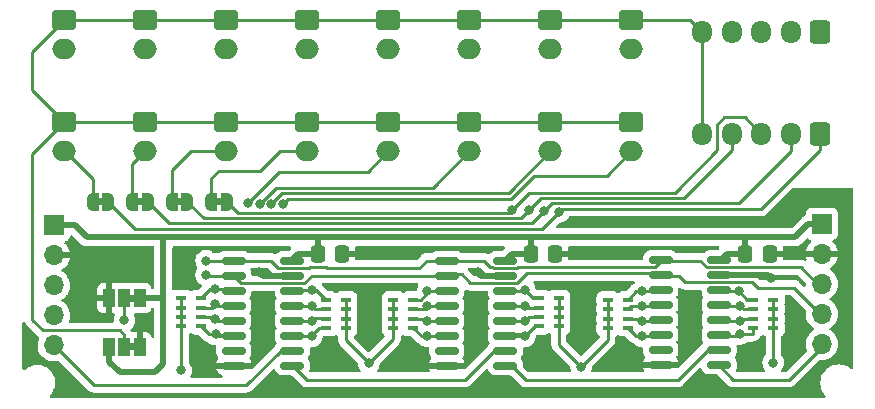
<source format=gbr>
%TF.GenerationSoftware,KiCad,Pcbnew,(6.0.2)*%
%TF.CreationDate,2022-04-10T13:38:05+09:00*%
%TF.ProjectId,joystick-input,6a6f7973-7469-4636-9b2d-696e7075742e,rev?*%
%TF.SameCoordinates,Original*%
%TF.FileFunction,Copper,L1,Top*%
%TF.FilePolarity,Positive*%
%FSLAX46Y46*%
G04 Gerber Fmt 4.6, Leading zero omitted, Abs format (unit mm)*
G04 Created by KiCad (PCBNEW (6.0.2)) date 2022-04-10 13:38:05*
%MOMM*%
%LPD*%
G01*
G04 APERTURE LIST*
G04 Aperture macros list*
%AMRoundRect*
0 Rectangle with rounded corners*
0 $1 Rounding radius*
0 $2 $3 $4 $5 $6 $7 $8 $9 X,Y pos of 4 corners*
0 Add a 4 corners polygon primitive as box body*
4,1,4,$2,$3,$4,$5,$6,$7,$8,$9,$2,$3,0*
0 Add four circle primitives for the rounded corners*
1,1,$1+$1,$2,$3*
1,1,$1+$1,$4,$5*
1,1,$1+$1,$6,$7*
1,1,$1+$1,$8,$9*
0 Add four rect primitives between the rounded corners*
20,1,$1+$1,$2,$3,$4,$5,0*
20,1,$1+$1,$4,$5,$6,$7,0*
20,1,$1+$1,$6,$7,$8,$9,0*
20,1,$1+$1,$8,$9,$2,$3,0*%
%AMFreePoly0*
4,1,22,0.500000,-0.750000,0.000000,-0.750000,0.000000,-0.745033,-0.079941,-0.743568,-0.215256,-0.701293,-0.333266,-0.622738,-0.424486,-0.514219,-0.481581,-0.384460,-0.499164,-0.250000,-0.500000,-0.250000,-0.500000,0.250000,-0.499164,0.250000,-0.499963,0.256109,-0.478152,0.396186,-0.417904,0.524511,-0.324060,0.630769,-0.204165,0.706417,-0.067858,0.745374,0.000000,0.744959,0.000000,0.750000,
0.500000,0.750000,0.500000,-0.750000,0.500000,-0.750000,$1*%
%AMFreePoly1*
4,1,20,0.000000,0.744959,0.073905,0.744508,0.209726,0.703889,0.328688,0.626782,0.421226,0.519385,0.479903,0.390333,0.500000,0.250000,0.500000,-0.250000,0.499851,-0.262216,0.476331,-0.402017,0.414519,-0.529596,0.319384,-0.634700,0.198574,-0.708877,0.061801,-0.746166,0.000000,-0.745033,0.000000,-0.750000,-0.500000,-0.750000,-0.500000,0.750000,0.000000,0.750000,0.000000,0.744959,
0.000000,0.744959,$1*%
G04 Aperture macros list end*
%TA.AperFunction,SMDPad,CuDef*%
%ADD10R,1.000000X1.500000*%
%TD*%
%TA.AperFunction,SMDPad,CuDef*%
%ADD11FreePoly0,0.000000*%
%TD*%
%TA.AperFunction,SMDPad,CuDef*%
%ADD12FreePoly1,0.000000*%
%TD*%
%TA.AperFunction,SMDPad,CuDef*%
%ADD13RoundRect,0.150000X-0.825000X-0.150000X0.825000X-0.150000X0.825000X0.150000X-0.825000X0.150000X0*%
%TD*%
%TA.AperFunction,ComponentPad*%
%ADD14O,2.000000X1.700000*%
%TD*%
%TA.AperFunction,ComponentPad*%
%ADD15RoundRect,0.250000X-0.750000X0.600000X-0.750000X-0.600000X0.750000X-0.600000X0.750000X0.600000X0*%
%TD*%
%TA.AperFunction,ComponentPad*%
%ADD16O,1.700000X1.950000*%
%TD*%
%TA.AperFunction,ComponentPad*%
%ADD17RoundRect,0.250000X0.600000X0.725000X-0.600000X0.725000X-0.600000X-0.725000X0.600000X-0.725000X0*%
%TD*%
%TA.AperFunction,SMDPad,CuDef*%
%ADD18RoundRect,0.250000X-0.337500X-0.475000X0.337500X-0.475000X0.337500X0.475000X-0.337500X0.475000X0*%
%TD*%
%TA.AperFunction,ComponentPad*%
%ADD19O,1.700000X1.700000*%
%TD*%
%TA.AperFunction,ComponentPad*%
%ADD20R,1.700000X1.700000*%
%TD*%
%TA.AperFunction,SMDPad,CuDef*%
%ADD21R,0.900000X0.400000*%
%TD*%
%TA.AperFunction,ViaPad*%
%ADD22C,0.800000*%
%TD*%
%TA.AperFunction,Conductor*%
%ADD23C,0.500000*%
%TD*%
%TA.AperFunction,Conductor*%
%ADD24C,0.250000*%
%TD*%
G04 APERTURE END LIST*
%TO.C,JP2*%
G36*
X103770000Y-92502000D02*
G01*
X103270000Y-92502000D01*
X103270000Y-91902000D01*
X103770000Y-91902000D01*
X103770000Y-92502000D01*
G37*
%TO.C,JP1*%
G36*
X103770000Y-88387200D02*
G01*
X103270000Y-88387200D01*
X103270000Y-87787200D01*
X103770000Y-87787200D01*
X103770000Y-88387200D01*
G37*
%TO.C,JP6*%
G36*
X111146400Y-80208400D02*
G01*
X110646400Y-80208400D01*
X110646400Y-79608400D01*
X111146400Y-79608400D01*
X111146400Y-80208400D01*
G37*
%TO.C,JP5*%
G36*
X107793600Y-80208400D02*
G01*
X107293600Y-80208400D01*
X107293600Y-79608400D01*
X107793600Y-79608400D01*
X107793600Y-80208400D01*
G37*
%TO.C,JP4*%
G36*
X104440800Y-80208400D02*
G01*
X103940800Y-80208400D01*
X103940800Y-79608400D01*
X104440800Y-79608400D01*
X104440800Y-80208400D01*
G37*
%TO.C,JP3*%
G36*
X101088000Y-80208400D02*
G01*
X100588000Y-80208400D01*
X100588000Y-79608400D01*
X101088000Y-79608400D01*
X101088000Y-80208400D01*
G37*
%TD*%
D10*
%TO.P,JP2,1,A*%
%TO.N,GND*%
X104170000Y-92202000D03*
%TO.P,JP2,2,C*%
%TO.N,/C_SHORT*%
X102870000Y-92202000D03*
%TO.P,JP2,3,B*%
%TO.N,VCC*%
X101570000Y-92202000D03*
%TD*%
%TO.P,JP1,1,A*%
%TO.N,VCC*%
X104170000Y-88087200D03*
%TO.P,JP1,2,C*%
%TO.N,/PULL*%
X102870000Y-88087200D03*
%TO.P,JP1,3,B*%
%TO.N,GND*%
X101570000Y-88087200D03*
%TD*%
D11*
%TO.P,JP6,1,A*%
%TO.N,/C_P2_X*%
X110246400Y-79908400D03*
D12*
%TO.P,JP6,2,B*%
%TO.N,/C_P2_RIGHT*%
X111546400Y-79908400D03*
%TD*%
D11*
%TO.P,JP5,1,A*%
%TO.N,/C_P2_Y*%
X106893600Y-79908400D03*
D12*
%TO.P,JP5,2,B*%
%TO.N,/C_P2_LEFT*%
X108193600Y-79908400D03*
%TD*%
D11*
%TO.P,JP4,1,A*%
%TO.N,/C_P2_L*%
X103540800Y-79908400D03*
D12*
%TO.P,JP4,2,B*%
%TO.N,/C_P2_DOWN*%
X104840800Y-79908400D03*
%TD*%
D11*
%TO.P,JP3,1,A*%
%TO.N,/C_P2_R*%
X100188000Y-79908400D03*
D12*
%TO.P,JP3,2,B*%
%TO.N,/C_P2_UP*%
X101488000Y-79908400D03*
%TD*%
D13*
%TO.P,74HC165_1,16,VCC*%
%TO.N,VCC*%
X153224000Y-84836000D03*
%TO.P,74HC165_1,15,~{CE}*%
%TO.N,GND*%
X153224000Y-86106000D03*
%TO.P,74HC165_1,14,D3*%
%TO.N,/C_P1_START*%
X153224000Y-87376000D03*
%TO.P,74HC165_1,13,D2*%
%TO.N,/C_P1_SELECT*%
X153224000Y-88646000D03*
%TO.P,74HC165_1,12,D1*%
%TO.N,/C_P1_A*%
X153224000Y-89916000D03*
%TO.P,74HC165_1,11,D0*%
%TO.N,/C_P1_B*%
X153224000Y-91186000D03*
%TO.P,74HC165_1,10,DS*%
%TO.N,/D_OUT_2*%
X153224000Y-92456000D03*
%TO.P,74HC165_1,9,Q7*%
%TO.N,/D_OUT*%
X153224000Y-93726000D03*
%TO.P,74HC165_1,8,GND*%
%TO.N,GND*%
X148274000Y-93726000D03*
%TO.P,74HC165_1,7,~{Q7}*%
%TO.N,unconnected-(74HC165_1-Pad7)*%
X148274000Y-92456000D03*
%TO.P,74HC165_1,6,D7*%
%TO.N,/C_P1_UP*%
X148274000Y-91186000D03*
%TO.P,74HC165_1,5,D6*%
%TO.N,/C_P1_DOWN*%
X148274000Y-89916000D03*
%TO.P,74HC165_1,4,D5*%
%TO.N,/C_P1_LEFT*%
X148274000Y-88646000D03*
%TO.P,74HC165_1,3,D4*%
%TO.N,/C_P1_RIGHT*%
X148274000Y-87376000D03*
%TO.P,74HC165_1,2,CP*%
%TO.N,/CLK*%
X148274000Y-86106000D03*
%TO.P,74HC165_1,1,~{PL}*%
%TO.N,/LOAD*%
X148274000Y-84836000D03*
%TD*%
D14*
%TO.P,J19,2,Pin_2*%
%TO.N,/C_P1_R*%
X97790000Y-67016000D03*
D15*
%TO.P,J19,1,Pin_1*%
%TO.N,/C_SHORT*%
X97790000Y-64516000D03*
%TD*%
D14*
%TO.P,J18,2,Pin_2*%
%TO.N,/C_P1_L*%
X104648000Y-67016000D03*
D15*
%TO.P,J18,1,Pin_1*%
%TO.N,/C_SHORT*%
X104648000Y-64516000D03*
%TD*%
D14*
%TO.P,J17,2,Pin_2*%
%TO.N,/C_P1_Y*%
X111506000Y-67016000D03*
D15*
%TO.P,J17,1,Pin_1*%
%TO.N,/C_SHORT*%
X111506000Y-64516000D03*
%TD*%
D14*
%TO.P,J16,2,Pin_2*%
%TO.N,/C_P1_X*%
X118364000Y-67016000D03*
D15*
%TO.P,J16,1,Pin_1*%
%TO.N,/C_SHORT*%
X118364000Y-64516000D03*
%TD*%
D14*
%TO.P,J15,2,Pin_2*%
%TO.N,/C_P1_B*%
X125222000Y-67016000D03*
D15*
%TO.P,J15,1,Pin_1*%
%TO.N,/C_SHORT*%
X125222000Y-64516000D03*
%TD*%
D14*
%TO.P,J14,2,Pin_2*%
%TO.N,/C_P1_A*%
X132080000Y-67016000D03*
D15*
%TO.P,J14,1,Pin_1*%
%TO.N,/C_SHORT*%
X132080000Y-64516000D03*
%TD*%
D14*
%TO.P,J13,2,Pin_2*%
%TO.N,/C_P1_SELECT*%
X138938000Y-67016000D03*
D15*
%TO.P,J13,1,Pin_1*%
%TO.N,/C_SHORT*%
X138938000Y-64516000D03*
%TD*%
D14*
%TO.P,J29,2,Pin_2*%
%TO.N,/C_P2_R*%
X97790000Y-75652000D03*
D15*
%TO.P,J29,1,Pin_1*%
%TO.N,/C_SHORT*%
X97790000Y-73152000D03*
%TD*%
D14*
%TO.P,J28,2,Pin_2*%
%TO.N,/C_P2_L*%
X104648000Y-75652000D03*
D15*
%TO.P,J28,1,Pin_1*%
%TO.N,/C_SHORT*%
X104648000Y-73152000D03*
%TD*%
D14*
%TO.P,J27,2,Pin_2*%
%TO.N,/C_P2_Y*%
X111506000Y-75652000D03*
D15*
%TO.P,J27,1,Pin_1*%
%TO.N,/C_SHORT*%
X111506000Y-73152000D03*
%TD*%
D14*
%TO.P,J26,2,Pin_2*%
%TO.N,/C_P2_X*%
X118364000Y-75652000D03*
D15*
%TO.P,J26,1,Pin_1*%
%TO.N,/C_SHORT*%
X118364000Y-73152000D03*
%TD*%
D14*
%TO.P,J25,2,Pin_2*%
%TO.N,/C_P2_B*%
X125222000Y-75652000D03*
D15*
%TO.P,J25,1,Pin_1*%
%TO.N,/C_SHORT*%
X125222000Y-73152000D03*
%TD*%
D14*
%TO.P,J24,2,Pin_2*%
%TO.N,/C_P2_A*%
X132080000Y-75652000D03*
D15*
%TO.P,J24,1,Pin_1*%
%TO.N,/C_SHORT*%
X132080000Y-73152000D03*
%TD*%
D14*
%TO.P,J23,2,Pin_2*%
%TO.N,/C_P2_SELECT*%
X138938000Y-75652000D03*
D15*
%TO.P,J23,1,Pin_1*%
%TO.N,/C_SHORT*%
X138938000Y-73152000D03*
%TD*%
D14*
%TO.P,J12,2,Pin_2*%
%TO.N,/C_P1_START*%
X145796000Y-67016000D03*
D15*
%TO.P,J12,1,Pin_1*%
%TO.N,/C_SHORT*%
X145796000Y-64516000D03*
%TD*%
D16*
%TO.P,J11,5,Pin_5*%
%TO.N,/C_SHORT*%
X151798000Y-65532000D03*
%TO.P,J11,4,Pin_4*%
%TO.N,/C_P1_LEFT*%
X154298000Y-65532000D03*
%TO.P,J11,3,Pin_3*%
%TO.N,/C_P1_RIGHT*%
X156798000Y-65532000D03*
%TO.P,J11,2,Pin_2*%
%TO.N,/C_P1_DOWN*%
X159298000Y-65532000D03*
D17*
%TO.P,J11,1,Pin_1*%
%TO.N,/C_P1_UP*%
X161798000Y-65532000D03*
%TD*%
D14*
%TO.P,J22,2,Pin_2*%
%TO.N,/C_P2_START*%
X145796000Y-75652000D03*
D15*
%TO.P,J22,1,Pin_1*%
%TO.N,/C_SHORT*%
X145796000Y-73152000D03*
%TD*%
D16*
%TO.P,J21,5,Pin_5*%
%TO.N,/C_SHORT*%
X151798000Y-74168000D03*
%TO.P,J21,4,Pin_4*%
%TO.N,/C_P2_LEFT*%
X154298000Y-74168000D03*
%TO.P,J21,3,Pin_3*%
%TO.N,/C_P2_RIGHT*%
X156798000Y-74168000D03*
%TO.P,J21,2,Pin_2*%
%TO.N,/C_P2_DOWN*%
X159298000Y-74168000D03*
D17*
%TO.P,J21,1,Pin_1*%
%TO.N,/C_P2_UP*%
X161798000Y-74168000D03*
%TD*%
D18*
%TO.P,C3,2*%
%TO.N,GND*%
X121306500Y-84328000D03*
%TO.P,C3,1*%
%TO.N,VCC*%
X119231500Y-84328000D03*
%TD*%
%TO.P,C2,2*%
%TO.N,GND*%
X139340500Y-84328000D03*
%TO.P,C2,1*%
%TO.N,VCC*%
X137265500Y-84328000D03*
%TD*%
%TO.P,C1,2*%
%TO.N,GND*%
X157501500Y-84328000D03*
%TO.P,C1,1*%
%TO.N,VCC*%
X155426500Y-84328000D03*
%TD*%
D19*
%TO.P,OUT1,5,Pin_5*%
%TO.N,/D_OUT*%
X161925000Y-91948000D03*
%TO.P,OUT1,4,Pin_4*%
%TO.N,/CLK*%
X161925000Y-89408000D03*
%TO.P,OUT1,3,Pin_3*%
%TO.N,/LOAD*%
X161925000Y-86868000D03*
%TO.P,OUT1,2,Pin_2*%
%TO.N,GND*%
X161925000Y-84328000D03*
D20*
%TO.P,OUT1,1,Pin_1*%
%TO.N,VCC*%
X161925000Y-81788000D03*
%TD*%
D19*
%TO.P,IN1,5,Pin_5*%
%TO.N,/D_IN*%
X96901000Y-92075000D03*
%TO.P,IN1,4,Pin_4*%
%TO.N,/CLK*%
X96901000Y-89535000D03*
%TO.P,IN1,3,Pin_3*%
%TO.N,/LOAD*%
X96901000Y-86995000D03*
%TO.P,IN1,2,Pin_2*%
%TO.N,GND*%
X96901000Y-84455000D03*
D20*
%TO.P,IN1,1,Pin_1*%
%TO.N,VCC*%
X96901000Y-81915000D03*
%TD*%
D21*
%TO.P,RN1,2,R2.1*%
%TO.N,/PULL*%
X143803000Y-89008000D03*
%TO.P,RN1,3,R3.1*%
X143803000Y-89808000D03*
%TO.P,RN1,1,R1.1*%
X143803000Y-88208000D03*
%TO.P,RN1,4,R4.1*%
X143803000Y-90608000D03*
%TO.P,RN1,8,R1.2*%
%TO.N,/C_P1_RIGHT*%
X145503000Y-88208000D03*
%TO.P,RN1,7,R2.2*%
%TO.N,/C_P1_LEFT*%
X145503000Y-89008000D03*
%TO.P,RN1,6,R3.2*%
%TO.N,/C_P1_DOWN*%
X145503000Y-89808000D03*
%TO.P,RN1,5,R4.2*%
%TO.N,/C_P1_UP*%
X145503000Y-90608000D03*
%TD*%
%TO.P,RN2,5,R4.2*%
%TO.N,/C_P1_START*%
X156122000Y-88208000D03*
%TO.P,RN2,6,R3.2*%
%TO.N,/C_P1_SELECT*%
X156122000Y-89008000D03*
%TO.P,RN2,7,R2.2*%
%TO.N,/C_P1_A*%
X156122000Y-89808000D03*
%TO.P,RN2,8,R1.2*%
%TO.N,/C_P1_B*%
X156122000Y-90608000D03*
%TO.P,RN2,4,R4.1*%
%TO.N,/PULL*%
X157822000Y-88208000D03*
%TO.P,RN2,1,R1.1*%
X157822000Y-90608000D03*
%TO.P,RN2,3,R3.1*%
X157822000Y-89008000D03*
%TO.P,RN2,2,R2.1*%
X157822000Y-89808000D03*
%TD*%
%TO.P,RN3,5,R4.2*%
%TO.N,/C_P1_X*%
X127342000Y-90608000D03*
%TO.P,RN3,6,R3.2*%
%TO.N,/C_P1_Y*%
X127342000Y-89808000D03*
%TO.P,RN3,7,R2.2*%
%TO.N,/C_P1_L*%
X127342000Y-89008000D03*
%TO.P,RN3,8,R1.2*%
%TO.N,/C_P1_R*%
X127342000Y-88208000D03*
%TO.P,RN3,4,R4.1*%
%TO.N,/PULL*%
X125642000Y-90608000D03*
%TO.P,RN3,1,R1.1*%
X125642000Y-88208000D03*
%TO.P,RN3,3,R3.1*%
X125642000Y-89808000D03*
%TO.P,RN3,2,R2.1*%
X125642000Y-89008000D03*
%TD*%
%TO.P,RN4,5,R4.2*%
%TO.N,/C_P2_UP*%
X137961000Y-88081000D03*
%TO.P,RN4,6,R3.2*%
%TO.N,/C_P2_DOWN*%
X137961000Y-88881000D03*
%TO.P,RN4,7,R2.2*%
%TO.N,/C_P2_LEFT*%
X137961000Y-89681000D03*
%TO.P,RN4,8,R1.2*%
%TO.N,/C_P2_RIGHT*%
X137961000Y-90481000D03*
%TO.P,RN4,4,R4.1*%
%TO.N,/PULL*%
X139661000Y-88081000D03*
%TO.P,RN4,1,R1.1*%
X139661000Y-90481000D03*
%TO.P,RN4,3,R3.1*%
X139661000Y-88881000D03*
%TO.P,RN4,2,R2.1*%
X139661000Y-89681000D03*
%TD*%
%TO.P,RN5,5,R4.2*%
%TO.N,/C_P2_START*%
X109371500Y-90481000D03*
%TO.P,RN5,6,R3.2*%
%TO.N,/C_P2_SELECT*%
X109371500Y-89681000D03*
%TO.P,RN5,7,R2.2*%
%TO.N,/C_P2_A*%
X109371500Y-88881000D03*
%TO.P,RN5,8,R1.2*%
%TO.N,/C_P2_B*%
X109371500Y-88081000D03*
%TO.P,RN5,4,R4.1*%
%TO.N,/PULL*%
X107671500Y-90481000D03*
%TO.P,RN5,1,R1.1*%
X107671500Y-88081000D03*
%TO.P,RN5,3,R3.1*%
X107671500Y-89681000D03*
%TO.P,RN5,2,R2.1*%
X107671500Y-88881000D03*
%TD*%
%TO.P,RN6,5,R4.2*%
%TO.N,/C_P2_X*%
X119927000Y-88208000D03*
%TO.P,RN6,6,R3.2*%
%TO.N,/C_P2_Y*%
X119927000Y-89008000D03*
%TO.P,RN6,7,R2.2*%
%TO.N,/C_P2_L*%
X119927000Y-89808000D03*
%TO.P,RN6,8,R1.2*%
%TO.N,/C_P2_R*%
X119927000Y-90608000D03*
%TO.P,RN6,4,R4.1*%
%TO.N,/PULL*%
X121627000Y-88208000D03*
%TO.P,RN6,1,R1.1*%
X121627000Y-90608000D03*
%TO.P,RN6,3,R3.1*%
X121627000Y-89008000D03*
%TO.P,RN6,2,R2.1*%
X121627000Y-89808000D03*
%TD*%
D13*
%TO.P,74HC165_3,16,VCC*%
%TO.N,VCC*%
X117092500Y-84899500D03*
%TO.P,74HC165_3,15,~{CE}*%
%TO.N,GND*%
X117092500Y-86169500D03*
%TO.P,74HC165_3,14,D3*%
%TO.N,/C_P2_X*%
X117092500Y-87439500D03*
%TO.P,74HC165_3,13,D2*%
%TO.N,/C_P2_Y*%
X117092500Y-88709500D03*
%TO.P,74HC165_3,12,D1*%
%TO.N,/C_P2_L*%
X117092500Y-89979500D03*
%TO.P,74HC165_3,11,D0*%
%TO.N,/C_P2_R*%
X117092500Y-91249500D03*
%TO.P,74HC165_3,10,DS*%
%TO.N,/D_IN*%
X117092500Y-92519500D03*
%TO.P,74HC165_3,9,Q7*%
%TO.N,/D_OUT_3*%
X117092500Y-93789500D03*
%TO.P,74HC165_3,8,GND*%
%TO.N,GND*%
X112142500Y-93789500D03*
%TO.P,74HC165_3,7,~{Q7}*%
%TO.N,unconnected-(74HC165_3-Pad7)*%
X112142500Y-92519500D03*
%TO.P,74HC165_3,6,D7*%
%TO.N,/C_P2_START*%
X112142500Y-91249500D03*
%TO.P,74HC165_3,5,D6*%
%TO.N,/C_P2_SELECT*%
X112142500Y-89979500D03*
%TO.P,74HC165_3,4,D5*%
%TO.N,/C_P2_A*%
X112142500Y-88709500D03*
%TO.P,74HC165_3,3,D4*%
%TO.N,/C_P2_B*%
X112142500Y-87439500D03*
%TO.P,74HC165_3,2,CP*%
%TO.N,/CLK*%
X112142500Y-86169500D03*
%TO.P,74HC165_3,1,~{PL}*%
%TO.N,/LOAD*%
X112142500Y-84899500D03*
%TD*%
%TO.P,74HC165_2,16,VCC*%
%TO.N,VCC*%
X135126500Y-84899500D03*
%TO.P,74HC165_2,15,~{CE}*%
%TO.N,GND*%
X135126500Y-86169500D03*
%TO.P,74HC165_2,14,D3*%
%TO.N,/C_P2_UP*%
X135126500Y-87439500D03*
%TO.P,74HC165_2,13,D2*%
%TO.N,/C_P2_DOWN*%
X135126500Y-88709500D03*
%TO.P,74HC165_2,12,D1*%
%TO.N,/C_P2_LEFT*%
X135126500Y-89979500D03*
%TO.P,74HC165_2,11,D0*%
%TO.N,/C_P2_RIGHT*%
X135126500Y-91249500D03*
%TO.P,74HC165_2,10,DS*%
%TO.N,/D_OUT_3*%
X135126500Y-92519500D03*
%TO.P,74HC165_2,9,Q7*%
%TO.N,/D_OUT_2*%
X135126500Y-93789500D03*
%TO.P,74HC165_2,8,GND*%
%TO.N,GND*%
X130176500Y-93789500D03*
%TO.P,74HC165_2,7,~{Q7}*%
%TO.N,unconnected-(74HC165_2-Pad7)*%
X130176500Y-92519500D03*
%TO.P,74HC165_2,6,D7*%
%TO.N,/C_P1_X*%
X130176500Y-91249500D03*
%TO.P,74HC165_2,5,D6*%
%TO.N,/C_P1_Y*%
X130176500Y-89979500D03*
%TO.P,74HC165_2,4,D5*%
%TO.N,/C_P1_L*%
X130176500Y-88709500D03*
%TO.P,74HC165_2,3,D4*%
%TO.N,/C_P1_R*%
X130176500Y-87439500D03*
%TO.P,74HC165_2,2,CP*%
%TO.N,/CLK*%
X130176500Y-86169500D03*
%TO.P,74HC165_2,1,~{PL}*%
%TO.N,/LOAD*%
X130176500Y-84899500D03*
%TD*%
D22*
%TO.N,GND*%
X99669600Y-89408000D03*
X104546400Y-90119200D03*
%TO.N,/PULL*%
X141541492Y-93916490D03*
X123571001Y-93598999D03*
X157797494Y-93535491D03*
X102870000Y-89966800D03*
X107671506Y-94194994D03*
%TO.N,GND*%
X114617500Y-90551000D03*
X127508000Y-84328000D03*
X120650000Y-93345000D03*
X123571000Y-89662000D03*
X126809500Y-93408500D03*
X138366500Y-93535500D03*
X132651500Y-89598500D03*
X109220000Y-92837000D03*
X132778500Y-85852000D03*
X150812500Y-89281000D03*
X148780500Y-81661000D03*
X158115000Y-81534000D03*
X145669000Y-84328000D03*
X156654500Y-81534000D03*
X147447000Y-81597500D03*
X157607000Y-86360000D03*
X141732000Y-91376500D03*
X156718000Y-92456000D03*
X159004000Y-92456000D03*
X146113500Y-81597500D03*
X126174500Y-84328000D03*
X124650500Y-84328000D03*
X114263010Y-85852000D03*
X107696000Y-84074000D03*
X108712000Y-84074000D03*
X144526000Y-84328000D03*
%TO.N,/LOAD*%
X109791500Y-84899500D03*
%TO.N,/CLK*%
X109791500Y-86106000D03*
%TO.N,/C_P1_START*%
X154939980Y-87519510D03*
%TO.N,/C_P1_SELECT*%
X155003500Y-88709500D03*
%TO.N,/C_P1_A*%
X155003503Y-89979513D03*
%TO.N,/C_P1_B*%
X155003500Y-91122500D03*
%TO.N,/C_P1_UP*%
X146685000Y-91313000D03*
%TO.N,/C_P1_DOWN*%
X146685000Y-89979500D03*
%TO.N,/C_P1_LEFT*%
X146685000Y-88773000D03*
%TO.N,/C_P1_RIGHT*%
X146685000Y-87503000D03*
%TO.N,/C_P1_X*%
X128524000Y-91313000D03*
%TO.N,/C_P1_Y*%
X128460506Y-89979500D03*
%TO.N,/C_P1_L*%
X128528660Y-88773000D03*
%TO.N,/C_P1_R*%
X128528660Y-87479701D03*
%TO.N,/C_P2_START*%
X110591600Y-91160600D03*
X116332000Y-80130956D03*
%TO.N,/C_P2_SELECT*%
X110553500Y-89852500D03*
X115318280Y-80119356D03*
%TO.N,/C_P2_A*%
X110553500Y-88582500D03*
X114318458Y-80093859D03*
%TO.N,/C_P2_B*%
X110515400Y-87350600D03*
X113318898Y-80063810D03*
%TO.N,/C_P2_UP*%
X136779000Y-87376000D03*
X139700000Y-80772000D03*
%TO.N,/C_P2_DOWN*%
X136779000Y-88773000D03*
X138430000Y-80708500D03*
%TO.N,/C_P2_LEFT*%
X136779000Y-90043000D03*
X137096500Y-80645000D03*
%TO.N,/C_P2_RIGHT*%
X136779000Y-91313000D03*
X135699500Y-80580967D03*
%TO.N,/C_P2_X*%
X118744998Y-87376000D03*
%TO.N,/C_P2_Y*%
X118745000Y-88773000D03*
%TO.N,/C_P2_L*%
X118745000Y-90043000D03*
%TO.N,/C_P2_R*%
X118745000Y-91313000D03*
%TD*%
D23*
%TO.N,VCC*%
X106057700Y-88087200D02*
X106108500Y-88138000D01*
X104170000Y-88087200D02*
X106057700Y-88087200D01*
D24*
%TO.N,/C_SHORT*%
X95059500Y-89916000D02*
X95059500Y-75882500D01*
X95948500Y-90805000D02*
X95059500Y-89916000D01*
X95059500Y-75882500D02*
X97790000Y-73152000D01*
X102870000Y-91202000D02*
X102473000Y-90805000D01*
X102473000Y-90805000D02*
X95948500Y-90805000D01*
X102870000Y-92202000D02*
X102870000Y-91202000D01*
D23*
%TO.N,VCC*%
X106108500Y-88138000D02*
X106172000Y-88074500D01*
X106172000Y-93662500D02*
X106172000Y-88138000D01*
X106172000Y-88074500D02*
X106172000Y-82931000D01*
X105473500Y-94361000D02*
X106172000Y-93662500D01*
X101570000Y-93452000D02*
X102479000Y-94361000D01*
X102479000Y-94361000D02*
X105473500Y-94361000D01*
X101570000Y-92202000D02*
X101570000Y-93452000D01*
X106172000Y-88138000D02*
X106108500Y-88138000D01*
D24*
%TO.N,/PULL*%
X102870000Y-89966800D02*
X102870000Y-88138000D01*
%TO.N,/C_P2_RIGHT*%
X135424501Y-80855966D02*
X135699500Y-80580967D01*
X112493966Y-80855966D02*
X135424501Y-80855966D01*
X111546400Y-79908400D02*
X112493966Y-80855966D01*
%TO.N,/C_P2_X*%
X116054500Y-75652000D02*
X118364000Y-75652000D01*
X110856000Y-77343000D02*
X114363500Y-77343000D01*
X110246400Y-77952600D02*
X110856000Y-77343000D01*
X110246400Y-79908400D02*
X110246400Y-77952600D01*
X114363500Y-77343000D02*
X116054500Y-75652000D01*
%TO.N,/C_P2_LEFT*%
X136435523Y-81305977D02*
X137096500Y-80645000D01*
X109591177Y-81305977D02*
X136435523Y-81305977D01*
X108193600Y-79908400D02*
X109591177Y-81305977D01*
%TO.N,/C_P2_Y*%
X106893600Y-77248900D02*
X108490500Y-75652000D01*
X108490500Y-75652000D02*
X111506000Y-75652000D01*
X106893600Y-79908400D02*
X106893600Y-77248900D01*
%TO.N,/C_P2_DOWN*%
X106688388Y-81755988D02*
X137382512Y-81755988D01*
X137382512Y-81755988D02*
X138430000Y-80708500D01*
X104840800Y-79908400D02*
X106688388Y-81755988D01*
%TO.N,/C_P2_L*%
X104624500Y-75652000D02*
X104648000Y-75652000D01*
X103530400Y-79898000D02*
X103530400Y-76746100D01*
X103530400Y-76746100D02*
X104624500Y-75652000D01*
X103540800Y-79908400D02*
X103530400Y-79898000D01*
%TO.N,/C_P2_UP*%
X138266001Y-82205999D02*
X139700000Y-80772000D01*
X101488000Y-79934950D02*
X103759049Y-82205999D01*
X101488000Y-79908400D02*
X101488000Y-79934950D01*
X103759049Y-82205999D02*
X138266001Y-82205999D01*
%TO.N,/C_P2_R*%
X97813500Y-75652000D02*
X97790000Y-75652000D01*
X100188000Y-79908400D02*
X100188000Y-78026500D01*
X100188000Y-78026500D02*
X97813500Y-75652000D01*
%TO.N,/C_P2_LEFT*%
X136779000Y-90043000D02*
X135190000Y-90043000D01*
X135190000Y-90043000D02*
X135126500Y-89979500D01*
%TO.N,/PULL*%
X143803000Y-90608000D02*
X143803000Y-88208000D01*
X143803000Y-90608000D02*
X143803000Y-91654982D01*
X143803000Y-91654982D02*
X141541492Y-93916490D01*
X139661000Y-88081000D02*
X139661000Y-92035998D01*
X139661000Y-92035998D02*
X141541492Y-93916490D01*
X125642000Y-90608000D02*
X125642000Y-88208000D01*
X125642000Y-90608000D02*
X125642000Y-91528000D01*
X125642000Y-91528000D02*
X123571001Y-93598999D01*
X121627000Y-91654998D02*
X123571001Y-93598999D01*
X121627000Y-88208000D02*
X121627000Y-91654998D01*
X157822000Y-88208000D02*
X157822000Y-93510985D01*
X157822000Y-93510985D02*
X157797494Y-93535491D01*
X107671500Y-88081000D02*
X107671500Y-94194988D01*
X107671500Y-94194988D02*
X107671506Y-94194994D01*
D23*
%TO.N,VCC*%
X153211300Y-84899500D02*
X153287500Y-84899500D01*
X135698000Y-84328000D02*
X137265500Y-84328000D01*
X135126500Y-84899500D02*
X135698000Y-84328000D01*
X117602000Y-84328000D02*
X119231500Y-84328000D01*
X117092500Y-84837500D02*
X117602000Y-84328000D01*
X117092500Y-84899500D02*
X117092500Y-84837500D01*
X153859000Y-84328000D02*
X153287500Y-84899500D01*
X155426500Y-84328000D02*
X153859000Y-84328000D01*
X119231500Y-82973000D02*
X119189500Y-82931000D01*
X119231500Y-84328000D02*
X119231500Y-82973000D01*
X137265500Y-82952500D02*
X137265500Y-84328000D01*
X137287000Y-82931000D02*
X137265500Y-82952500D01*
X155448000Y-82931000D02*
X159639000Y-82931000D01*
X155448000Y-83058000D02*
X155448000Y-82931000D01*
X155426500Y-83079500D02*
X155448000Y-83058000D01*
X155426500Y-84328000D02*
X155426500Y-83079500D01*
X160782000Y-81788000D02*
X161925000Y-81788000D01*
X159639000Y-82931000D02*
X160782000Y-81788000D01*
X99695000Y-82931000D02*
X159639000Y-82931000D01*
X98679000Y-81915000D02*
X99695000Y-82931000D01*
X96901000Y-81915000D02*
X98679000Y-81915000D01*
%TO.N,GND*%
X133096000Y-86169500D02*
X132778500Y-85852000D01*
X135126500Y-86169500D02*
X133096000Y-86169500D01*
X153224000Y-86106000D02*
X157353000Y-86106000D01*
X157353000Y-86106000D02*
X157607000Y-86360000D01*
X117092500Y-86169500D02*
X114580510Y-86169500D01*
X114580510Y-86169500D02*
X114263010Y-85852000D01*
D24*
%TO.N,/D_IN*%
X116117500Y-92519500D02*
X117092500Y-92519500D01*
X113196500Y-95440500D02*
X116117500Y-92519500D01*
X100266500Y-95440500D02*
X113196500Y-95440500D01*
X96901000Y-92075000D02*
X100266500Y-95440500D01*
%TO.N,/D_OUT*%
X161925000Y-92202000D02*
X161925000Y-91948000D01*
X159131000Y-94996000D02*
X161925000Y-92202000D01*
X154417800Y-94996000D02*
X159131000Y-94996000D01*
X153020800Y-93599000D02*
X154417800Y-94996000D01*
%TO.N,/LOAD*%
X129095500Y-84899500D02*
X130176500Y-84899500D01*
X128460500Y-84899500D02*
X129095500Y-84899500D01*
X127835490Y-85524510D02*
X128460500Y-84899500D01*
X115252500Y-84899500D02*
X115877510Y-85524510D01*
X112142500Y-84899500D02*
X115252500Y-84899500D01*
X118506075Y-85524510D02*
X118591598Y-85438987D01*
X115877510Y-85524510D02*
X118506075Y-85524510D01*
X119999925Y-85524510D02*
X127835490Y-85524510D01*
X119914402Y-85438987D02*
X119999925Y-85524510D01*
X118591598Y-85438987D02*
X119914402Y-85438987D01*
X161544000Y-86868000D02*
X161925000Y-86868000D01*
X152215742Y-85474510D02*
X160150510Y-85474510D01*
X136148258Y-85524510D02*
X136201768Y-85471000D01*
X160150510Y-85474510D02*
X161544000Y-86868000D01*
X151640732Y-84899500D02*
X152215742Y-85474510D01*
X148337500Y-84899500D02*
X151640732Y-84899500D01*
X134104742Y-85524510D02*
X136148258Y-85524510D01*
X147766000Y-85471000D02*
X148337500Y-84899500D01*
X134051232Y-85471000D02*
X134104742Y-85524510D01*
X133858000Y-85471000D02*
X134051232Y-85471000D01*
X133286500Y-84899500D02*
X133858000Y-85471000D01*
X136201768Y-85471000D02*
X147766000Y-85471000D01*
X130176500Y-84899500D02*
X133286500Y-84899500D01*
X112142500Y-84899500D02*
X109791500Y-84899500D01*
%TO.N,/CLK*%
X148337500Y-86169500D02*
X149796500Y-86169500D01*
X159575500Y-87185500D02*
X161798000Y-89408000D01*
X148142521Y-85974521D02*
X148337500Y-86169500D01*
X161798000Y-89408000D02*
X161925000Y-89408000D01*
X136988227Y-85974521D02*
X148142521Y-85974521D01*
X156498998Y-87185500D02*
X159575500Y-87185500D01*
X136148258Y-86814490D02*
X136988227Y-85974521D01*
X156044508Y-86731010D02*
X156498998Y-87185500D01*
X132153490Y-86814490D02*
X136148258Y-86814490D01*
X149796500Y-86169500D02*
X150358010Y-86731010D01*
X131419600Y-86080600D02*
X132153490Y-86814490D01*
X150358010Y-86731010D02*
X156044508Y-86731010D01*
X130087600Y-86080600D02*
X131419600Y-86080600D01*
X109855000Y-86169500D02*
X109791500Y-86106000D01*
X112142500Y-86169500D02*
X109855000Y-86169500D01*
X112787490Y-86814490D02*
X112142500Y-86169500D01*
X118739268Y-86169500D02*
X118094278Y-86814490D01*
X130176500Y-86169500D02*
X118739268Y-86169500D01*
X118094278Y-86814490D02*
X112787490Y-86814490D01*
%TO.N,/C_P1_START*%
X154859990Y-87439500D02*
X154940000Y-87519510D01*
X153287500Y-87439500D02*
X154859990Y-87439500D01*
X155628490Y-88208000D02*
X156122000Y-88208000D01*
X154940000Y-87519510D02*
X155628490Y-88208000D01*
X154940000Y-87519510D02*
X154939980Y-87519510D01*
%TO.N,/C_P1_SELECT*%
X155302000Y-89008000D02*
X155003500Y-88709500D01*
X156122000Y-89008000D02*
X155302000Y-89008000D01*
X154822314Y-88709500D02*
X155003500Y-88709500D01*
X153287500Y-88709500D02*
X154822314Y-88709500D01*
%TO.N,/C_P1_A*%
X153287500Y-89979500D02*
X155003490Y-89979500D01*
X156122000Y-89808000D02*
X155175016Y-89808000D01*
X155003490Y-89979500D02*
X155003503Y-89979513D01*
X155175016Y-89808000D02*
X155003503Y-89979513D01*
%TO.N,/C_P1_B*%
X153287500Y-91249500D02*
X154876500Y-91249500D01*
X154876500Y-91249500D02*
X155003500Y-91122500D01*
X156122000Y-90608000D02*
X156122000Y-91058000D01*
X156122000Y-91058000D02*
X156057500Y-91122500D01*
X156057500Y-91122500D02*
X155003500Y-91122500D01*
%TO.N,/C_P1_UP*%
X147256496Y-91249500D02*
X148337500Y-91249500D01*
X147192996Y-91313000D02*
X147256496Y-91249500D01*
X146685000Y-91313000D02*
X147192996Y-91313000D01*
X146208000Y-91313000D02*
X145503000Y-90608000D01*
X146685000Y-91313000D02*
X146208000Y-91313000D01*
%TO.N,/C_P1_DOWN*%
X146513500Y-89808000D02*
X146685000Y-89979500D01*
X145503000Y-89808000D02*
X146513500Y-89808000D01*
X148337500Y-89979500D02*
X146685000Y-89979500D01*
%TO.N,/C_P1_LEFT*%
X147002500Y-88709500D02*
X148337500Y-88709500D01*
X146939000Y-88773000D02*
X147002500Y-88709500D01*
X146685000Y-88773000D02*
X146939000Y-88773000D01*
X145738000Y-88773000D02*
X145503000Y-89008000D01*
X146685000Y-88773000D02*
X145738000Y-88773000D01*
%TO.N,/C_P1_RIGHT*%
X146757820Y-87439500D02*
X148337500Y-87439500D01*
X146694320Y-87503000D02*
X146757820Y-87439500D01*
X146685000Y-87503000D02*
X146694320Y-87503000D01*
X146208000Y-87503000D02*
X145503000Y-88208000D01*
X146685000Y-87503000D02*
X146208000Y-87503000D01*
%TO.N,/C_P1_X*%
X128587500Y-91249500D02*
X128524000Y-91313000D01*
X130176500Y-91249500D02*
X128587500Y-91249500D01*
X128047000Y-91313000D02*
X127342000Y-90608000D01*
X128524000Y-91313000D02*
X128047000Y-91313000D01*
%TO.N,/C_P1_Y*%
X130176500Y-89979500D02*
X128460506Y-89979500D01*
X127342000Y-89808000D02*
X128289006Y-89808000D01*
X128289006Y-89808000D02*
X128460506Y-89979500D01*
%TO.N,/C_P1_L*%
X130113000Y-88773000D02*
X130176500Y-88709500D01*
X128528660Y-88773000D02*
X130113000Y-88773000D01*
X128293660Y-89008000D02*
X128528660Y-88773000D01*
X127342000Y-89008000D02*
X128293660Y-89008000D01*
%TO.N,/C_P1_R*%
X128528660Y-87625340D02*
X128528660Y-87479701D01*
X127946000Y-88208000D02*
X128528660Y-87625340D01*
X127342000Y-88208000D02*
X127946000Y-88208000D01*
X128568861Y-87439500D02*
X130176500Y-87439500D01*
X128528660Y-87479701D02*
X128568861Y-87439500D01*
%TO.N,/C_P2_START*%
X110617000Y-91186000D02*
X110591600Y-91160600D01*
X112333000Y-91186000D02*
X110617000Y-91186000D01*
X110680500Y-91249500D02*
X112142500Y-91249500D01*
X110591600Y-91160600D02*
X110680500Y-91249500D01*
X110051100Y-91160600D02*
X110591600Y-91160600D01*
X109371500Y-90481000D02*
X110051100Y-91160600D01*
X143724000Y-77724000D02*
X137584486Y-77724000D01*
X135577529Y-79730957D02*
X116731999Y-79730957D01*
X116731999Y-79730957D02*
X116332000Y-80130956D01*
X145796000Y-75652000D02*
X143724000Y-77724000D01*
X137584486Y-77724000D02*
X135577529Y-79730957D01*
%TO.N,/C_P2_SELECT*%
X110680500Y-89979500D02*
X110553500Y-89852500D01*
X112142500Y-89979500D02*
X110680500Y-89979500D01*
X110382000Y-89681000D02*
X110553500Y-89852500D01*
X109371500Y-89681000D02*
X110382000Y-89681000D01*
X116253136Y-79184500D02*
X115318280Y-80119356D01*
X135405500Y-79184500D02*
X116253136Y-79184500D01*
X138938000Y-75652000D02*
X135405500Y-79184500D01*
%TO.N,/C_P2_A*%
X110680500Y-88709500D02*
X110553500Y-88582500D01*
X112142500Y-88709500D02*
X110680500Y-88709500D01*
X110255000Y-88881000D02*
X110553500Y-88582500D01*
X109371500Y-88881000D02*
X110255000Y-88881000D01*
X115677828Y-78734489D02*
X114318458Y-80093859D01*
X132080000Y-75652000D02*
X128997511Y-78734489D01*
X128997511Y-78734489D02*
X115677828Y-78734489D01*
%TO.N,/C_P2_B*%
X110101900Y-87350600D02*
X110515400Y-87350600D01*
X109371500Y-88081000D02*
X110101900Y-87350600D01*
X112053600Y-87350600D02*
X112142500Y-87439500D01*
X110515400Y-87350600D02*
X112053600Y-87350600D01*
X125222000Y-75652000D02*
X123467500Y-77406500D01*
X115976208Y-77406500D02*
X113318898Y-80063810D01*
X123467500Y-77406500D02*
X115976208Y-77406500D01*
%TO.N,/C_P2_UP*%
X137484000Y-88081000D02*
X136779000Y-87376000D01*
X137961000Y-88081000D02*
X137484000Y-88081000D01*
X136715500Y-87439500D02*
X136779000Y-87376000D01*
X135126500Y-87439500D02*
X136715500Y-87439500D01*
X139954000Y-80518000D02*
X139700000Y-80772000D01*
X156804000Y-80518000D02*
X139954000Y-80518000D01*
X161798000Y-75524000D02*
X156804000Y-80518000D01*
X161798000Y-74168000D02*
X161798000Y-75524000D01*
%TO.N,/C_P2_DOWN*%
X135571000Y-88773000D02*
X135418600Y-88620600D01*
X136779000Y-88773000D02*
X135571000Y-88773000D01*
X137942000Y-88900000D02*
X137961000Y-88881000D01*
X136906000Y-88900000D02*
X137942000Y-88900000D01*
X136779000Y-88773000D02*
X136906000Y-88900000D01*
X139091501Y-80046999D02*
X138430000Y-80708500D01*
X159298000Y-75652000D02*
X154903001Y-80046999D01*
X154903001Y-80046999D02*
X139091501Y-80046999D01*
X159298000Y-74168000D02*
X159298000Y-75652000D01*
%TO.N,/C_P2_LEFT*%
X137141000Y-89681000D02*
X137961000Y-89681000D01*
X136779000Y-90043000D02*
X137141000Y-89681000D01*
X138144512Y-79596988D02*
X137096500Y-80645000D01*
X150273012Y-79596988D02*
X138144512Y-79596988D01*
X154298000Y-75572000D02*
X150273012Y-79596988D01*
X154298000Y-74168000D02*
X154298000Y-75572000D01*
%TO.N,/C_P2_RIGHT*%
X137961000Y-90481000D02*
X137611000Y-90481000D01*
X137611000Y-90481000D02*
X136779000Y-91313000D01*
X136779000Y-91313000D02*
X136626600Y-91160600D01*
X136626600Y-91160600D02*
X135418600Y-91160600D01*
X136715500Y-91249500D02*
X136779000Y-91313000D01*
X135126500Y-91249500D02*
X136715500Y-91249500D01*
X137133490Y-79146977D02*
X135699500Y-80580967D01*
X153035000Y-75565000D02*
X149453023Y-79146977D01*
X153035000Y-73406000D02*
X153035000Y-75565000D01*
X149453023Y-79146977D02*
X137133490Y-79146977D01*
X153670000Y-72771000D02*
X153035000Y-73406000D01*
X155401000Y-72771000D02*
X153670000Y-72771000D01*
X156798000Y-74168000D02*
X155401000Y-72771000D01*
%TO.N,/C_P2_X*%
X117283000Y-87376000D02*
X118744998Y-87376000D01*
X119095000Y-87376000D02*
X118744998Y-87376000D01*
X119927000Y-88208000D02*
X119095000Y-87376000D01*
%TO.N,/C_P2_Y*%
X118681500Y-88709500D02*
X118745000Y-88773000D01*
X117092500Y-88709500D02*
X118681500Y-88709500D01*
X119908000Y-89027000D02*
X119927000Y-89008000D01*
X118999000Y-89027000D02*
X119908000Y-89027000D01*
X118745000Y-88773000D02*
X118999000Y-89027000D01*
%TO.N,/C_P2_L*%
X118681500Y-89979500D02*
X118745000Y-90043000D01*
X117092500Y-89979500D02*
X118681500Y-89979500D01*
X119908000Y-89789000D02*
X119927000Y-89808000D01*
X118999000Y-89789000D02*
X119908000Y-89789000D01*
X118745000Y-90043000D02*
X118999000Y-89789000D01*
%TO.N,/C_P2_R*%
X118681500Y-91249500D02*
X118745000Y-91313000D01*
X117092500Y-91249500D02*
X118681500Y-91249500D01*
X119323000Y-90608000D02*
X119927000Y-90608000D01*
X118745000Y-91186000D02*
X119323000Y-90608000D01*
X118745000Y-91313000D02*
X118745000Y-91186000D01*
%TO.N,/C_SHORT*%
X138938000Y-64516000D02*
X145796000Y-64516000D01*
X132080000Y-64516000D02*
X138938000Y-64516000D01*
X125222000Y-64516000D02*
X132080000Y-64516000D01*
X118364000Y-64516000D02*
X125222000Y-64516000D01*
X111506000Y-64516000D02*
X118364000Y-64516000D01*
X104648000Y-64516000D02*
X111506000Y-64516000D01*
X97790000Y-64516000D02*
X104648000Y-64516000D01*
X97790000Y-73152000D02*
X104648000Y-73152000D01*
X104648000Y-73152000D02*
X111506000Y-73152000D01*
X111506000Y-73152000D02*
X118364000Y-73152000D01*
X118364000Y-73152000D02*
X125222000Y-73152000D01*
X125222000Y-73152000D02*
X132080000Y-73152000D01*
X132080000Y-73152000D02*
X138938000Y-73152000D01*
X138938000Y-73152000D02*
X145796000Y-73152000D01*
X150782000Y-64516000D02*
X145796000Y-64516000D01*
X151798000Y-65532000D02*
X150782000Y-64516000D01*
X151798000Y-74168000D02*
X151798000Y-65532000D01*
X95059500Y-70421500D02*
X97790000Y-73152000D01*
X95059500Y-67246500D02*
X95059500Y-70421500D01*
X97790000Y-64516000D02*
X95059500Y-67246500D01*
%TO.N,/D_OUT_2*%
X136841000Y-94996000D02*
X135571000Y-93726000D01*
X140912996Y-94996000D02*
X136841000Y-94996000D01*
X149709000Y-94996000D02*
X149288500Y-94996000D01*
X152249000Y-92456000D02*
X149709000Y-94996000D01*
X153224000Y-92456000D02*
X152249000Y-92456000D01*
X149288500Y-94996000D02*
X140912996Y-94996000D01*
%TO.N,/D_OUT_3*%
X117392500Y-94089500D02*
X117092500Y-93789500D01*
X118299000Y-94996000D02*
X117392500Y-94089500D01*
X131675000Y-94996000D02*
X118299000Y-94996000D01*
X134151500Y-92519500D02*
X131675000Y-94996000D01*
X135126500Y-92519500D02*
X134151500Y-92519500D01*
%TD*%
%TA.AperFunction,Conductor*%
%TO.N,GND*%
G36*
X164534121Y-78760002D02*
G01*
X164580614Y-78813658D01*
X164592000Y-78866000D01*
X164592000Y-93989347D01*
X164571998Y-94057468D01*
X164518342Y-94103961D01*
X164448068Y-94114065D01*
X164384170Y-94085158D01*
X164294365Y-94008458D01*
X164270260Y-93987870D01*
X164061530Y-93859960D01*
X164056960Y-93858067D01*
X164056956Y-93858065D01*
X163839933Y-93768172D01*
X163839931Y-93768171D01*
X163835360Y-93766278D01*
X163724739Y-93739720D01*
X163602132Y-93710284D01*
X163602126Y-93710283D01*
X163597319Y-93709129D01*
X163353269Y-93689922D01*
X163109219Y-93709129D01*
X163104412Y-93710283D01*
X163104406Y-93710284D01*
X162981799Y-93739720D01*
X162871178Y-93766278D01*
X162866607Y-93768171D01*
X162866605Y-93768172D01*
X162649582Y-93858065D01*
X162649578Y-93858067D01*
X162645008Y-93859960D01*
X162436278Y-93987870D01*
X162432518Y-93991082D01*
X162432513Y-93991085D01*
X162290060Y-94112752D01*
X162250127Y-94146858D01*
X162246914Y-94150620D01*
X162094354Y-94329244D01*
X162094351Y-94329249D01*
X162091139Y-94333009D01*
X161963229Y-94541739D01*
X161961336Y-94546309D01*
X161961334Y-94546313D01*
X161884000Y-94733016D01*
X161869547Y-94767909D01*
X161865011Y-94786803D01*
X161813553Y-95001137D01*
X161813552Y-95001143D01*
X161812398Y-95005950D01*
X161793191Y-95250000D01*
X161812398Y-95494050D01*
X161813552Y-95498857D01*
X161813553Y-95498863D01*
X161844725Y-95628702D01*
X161869547Y-95732091D01*
X161871440Y-95736662D01*
X161871441Y-95736664D01*
X161959079Y-95948241D01*
X161963229Y-95958261D01*
X162091139Y-96166991D01*
X162215135Y-96312172D01*
X162244165Y-96376959D01*
X162233560Y-96447159D01*
X162186685Y-96500482D01*
X162119323Y-96520000D01*
X96696826Y-96520000D01*
X96628705Y-96499998D01*
X96582212Y-96446342D01*
X96572108Y-96376068D01*
X96601015Y-96312169D01*
X96654740Y-96249265D01*
X96740755Y-96148555D01*
X96866093Y-95944021D01*
X96867995Y-95939431D01*
X96955998Y-95726971D01*
X96955999Y-95726969D01*
X96957892Y-95722398D01*
X96982835Y-95618504D01*
X97012737Y-95493956D01*
X97012738Y-95493950D01*
X97013892Y-95489143D01*
X97032713Y-95250000D01*
X97013892Y-95010857D01*
X97012738Y-95006050D01*
X97012737Y-95006044D01*
X96959047Y-94782414D01*
X96957892Y-94777602D01*
X96939424Y-94733016D01*
X96867988Y-94560553D01*
X96867986Y-94560549D01*
X96866093Y-94555979D01*
X96740755Y-94351445D01*
X96584963Y-94169037D01*
X96402555Y-94013245D01*
X96198021Y-93887907D01*
X96193451Y-93886014D01*
X96193447Y-93886012D01*
X95980971Y-93798002D01*
X95980969Y-93798001D01*
X95976398Y-93796108D01*
X95894375Y-93776416D01*
X95747956Y-93741263D01*
X95747950Y-93741262D01*
X95743143Y-93740108D01*
X95504000Y-93721287D01*
X95264857Y-93740108D01*
X95260050Y-93741262D01*
X95260044Y-93741263D01*
X95113625Y-93776416D01*
X95031602Y-93796108D01*
X95027031Y-93798001D01*
X95027029Y-93798002D01*
X94814553Y-93886012D01*
X94814549Y-93886014D01*
X94809979Y-93887907D01*
X94605445Y-94013245D01*
X94556122Y-94055371D01*
X94441831Y-94152985D01*
X94377041Y-94182016D01*
X94306841Y-94171411D01*
X94253518Y-94124536D01*
X94234000Y-94057174D01*
X94234000Y-90222111D01*
X94254002Y-90153990D01*
X94307658Y-90107497D01*
X94377932Y-90097393D01*
X94442512Y-90126887D01*
X94473260Y-90168830D01*
X94473482Y-90169593D01*
X94477515Y-90176413D01*
X94477518Y-90176419D01*
X94483793Y-90187028D01*
X94492488Y-90204776D01*
X94499948Y-90223617D01*
X94504610Y-90230033D01*
X94504610Y-90230034D01*
X94525936Y-90259387D01*
X94532452Y-90269307D01*
X94545571Y-90291489D01*
X94554958Y-90307362D01*
X94569279Y-90321683D01*
X94582119Y-90336716D01*
X94594028Y-90353107D01*
X94600133Y-90358158D01*
X94600138Y-90358163D01*
X94628104Y-90381299D01*
X94636882Y-90389287D01*
X95444848Y-91197253D01*
X95452388Y-91205539D01*
X95456500Y-91212018D01*
X95462277Y-91217443D01*
X95506151Y-91258643D01*
X95508993Y-91261398D01*
X95528730Y-91281135D01*
X95531927Y-91283615D01*
X95540947Y-91291318D01*
X95573179Y-91321586D01*
X95580125Y-91325405D01*
X95580128Y-91325407D01*
X95590934Y-91331348D01*
X95607453Y-91342199D01*
X95621901Y-91353405D01*
X95623458Y-91354613D01*
X95622282Y-91356130D01*
X95663716Y-91400512D01*
X95676417Y-91470363D01*
X95665409Y-91510115D01*
X95623871Y-91599601D01*
X95623869Y-91599606D01*
X95621688Y-91604305D01*
X95561989Y-91819570D01*
X95561440Y-91824707D01*
X95561300Y-91826016D01*
X95538251Y-92041695D01*
X95538548Y-92046848D01*
X95538548Y-92046851D01*
X95549275Y-92232886D01*
X95551110Y-92264715D01*
X95552247Y-92269761D01*
X95552248Y-92269767D01*
X95565823Y-92330000D01*
X95600222Y-92482639D01*
X95684266Y-92689616D01*
X95686965Y-92694020D01*
X95794561Y-92869601D01*
X95800987Y-92880088D01*
X95947250Y-93048938D01*
X96119126Y-93191632D01*
X96312000Y-93304338D01*
X96316825Y-93306180D01*
X96316826Y-93306181D01*
X96353750Y-93320281D01*
X96520692Y-93384030D01*
X96525760Y-93385061D01*
X96525763Y-93385062D01*
X96633012Y-93406882D01*
X96739597Y-93428567D01*
X96744772Y-93428757D01*
X96744774Y-93428757D01*
X96957673Y-93436564D01*
X96957677Y-93436564D01*
X96962837Y-93436753D01*
X96967957Y-93436097D01*
X96967959Y-93436097D01*
X97179288Y-93409025D01*
X97179289Y-93409025D01*
X97184416Y-93408368D01*
X97189367Y-93406883D01*
X97189370Y-93406882D01*
X97230829Y-93394444D01*
X97301825Y-93394028D01*
X97356131Y-93426035D01*
X98565000Y-94634905D01*
X99762848Y-95832753D01*
X99770388Y-95841039D01*
X99774500Y-95847518D01*
X99780277Y-95852943D01*
X99824151Y-95894143D01*
X99826993Y-95896898D01*
X99846730Y-95916635D01*
X99849927Y-95919115D01*
X99858947Y-95926818D01*
X99891179Y-95957086D01*
X99898125Y-95960905D01*
X99898128Y-95960907D01*
X99908934Y-95966848D01*
X99925453Y-95977699D01*
X99941459Y-95990114D01*
X99948728Y-95993259D01*
X99948732Y-95993262D01*
X99982037Y-96007674D01*
X99992687Y-96012891D01*
X100031440Y-96034195D01*
X100039115Y-96036166D01*
X100039116Y-96036166D01*
X100051062Y-96039233D01*
X100069767Y-96045637D01*
X100088355Y-96053681D01*
X100096178Y-96054920D01*
X100096188Y-96054923D01*
X100132024Y-96060599D01*
X100143644Y-96063005D01*
X100175459Y-96071173D01*
X100186470Y-96074000D01*
X100206724Y-96074000D01*
X100226434Y-96075551D01*
X100246443Y-96078720D01*
X100254335Y-96077974D01*
X100273080Y-96076202D01*
X100290462Y-96074559D01*
X100302319Y-96074000D01*
X113117733Y-96074000D01*
X113128916Y-96074527D01*
X113136409Y-96076202D01*
X113144335Y-96075953D01*
X113144336Y-96075953D01*
X113204486Y-96074062D01*
X113208445Y-96074000D01*
X113236356Y-96074000D01*
X113240291Y-96073503D01*
X113240356Y-96073495D01*
X113252193Y-96072562D01*
X113284451Y-96071548D01*
X113288470Y-96071422D01*
X113296389Y-96071173D01*
X113315843Y-96065521D01*
X113335200Y-96061513D01*
X113347430Y-96059968D01*
X113347431Y-96059968D01*
X113355297Y-96058974D01*
X113362668Y-96056055D01*
X113362670Y-96056055D01*
X113396412Y-96042696D01*
X113407642Y-96038851D01*
X113442483Y-96028729D01*
X113442484Y-96028729D01*
X113450093Y-96026518D01*
X113456912Y-96022485D01*
X113456917Y-96022483D01*
X113467528Y-96016207D01*
X113485276Y-96007512D01*
X113504117Y-96000052D01*
X113539887Y-95974064D01*
X113549807Y-95967548D01*
X113581035Y-95949080D01*
X113581038Y-95949078D01*
X113587862Y-95945042D01*
X113602183Y-95930721D01*
X113617217Y-95917880D01*
X113627194Y-95910631D01*
X113633607Y-95905972D01*
X113661798Y-95871895D01*
X113669788Y-95863116D01*
X115433739Y-94099166D01*
X115496051Y-94065140D01*
X115566867Y-94070205D01*
X115623702Y-94112752D01*
X115643831Y-94153109D01*
X115658355Y-94203101D01*
X115662392Y-94209927D01*
X115739009Y-94339480D01*
X115739011Y-94339483D01*
X115743047Y-94346307D01*
X115860693Y-94463953D01*
X115867517Y-94467989D01*
X115867520Y-94467991D01*
X115971978Y-94529767D01*
X116003899Y-94548645D01*
X116011510Y-94550856D01*
X116011512Y-94550857D01*
X116043906Y-94560268D01*
X116163669Y-94595062D01*
X116170074Y-94595566D01*
X116170079Y-94595567D01*
X116198542Y-94597807D01*
X116198550Y-94597807D01*
X116200998Y-94598000D01*
X116952906Y-94598000D01*
X117021027Y-94618002D01*
X117042001Y-94634905D01*
X117795343Y-95388247D01*
X117802887Y-95396537D01*
X117807000Y-95403018D01*
X117812777Y-95408443D01*
X117856667Y-95449658D01*
X117859509Y-95452413D01*
X117879231Y-95472135D01*
X117882352Y-95474556D01*
X117882359Y-95474562D01*
X117882424Y-95474612D01*
X117891445Y-95482317D01*
X117923679Y-95512586D01*
X117930627Y-95516405D01*
X117930629Y-95516407D01*
X117941432Y-95522346D01*
X117957959Y-95533202D01*
X117967698Y-95540757D01*
X117967700Y-95540758D01*
X117973960Y-95545614D01*
X118014540Y-95563174D01*
X118025188Y-95568391D01*
X118049976Y-95582018D01*
X118063940Y-95589695D01*
X118071616Y-95591666D01*
X118071619Y-95591667D01*
X118083562Y-95594733D01*
X118102266Y-95601137D01*
X118102269Y-95601138D01*
X118120855Y-95609181D01*
X118128678Y-95610420D01*
X118128688Y-95610423D01*
X118164524Y-95616099D01*
X118176144Y-95618505D01*
X118207959Y-95626673D01*
X118218970Y-95629500D01*
X118239224Y-95629500D01*
X118258934Y-95631051D01*
X118278943Y-95634220D01*
X118286835Y-95633474D01*
X118305580Y-95631702D01*
X118322962Y-95630059D01*
X118334819Y-95629500D01*
X131596233Y-95629500D01*
X131607416Y-95630027D01*
X131614909Y-95631702D01*
X131622835Y-95631453D01*
X131622836Y-95631453D01*
X131682986Y-95629562D01*
X131686945Y-95629500D01*
X131714856Y-95629500D01*
X131718791Y-95629003D01*
X131718856Y-95628995D01*
X131730693Y-95628062D01*
X131762951Y-95627048D01*
X131766970Y-95626922D01*
X131774889Y-95626673D01*
X131794343Y-95621021D01*
X131813700Y-95617013D01*
X131825930Y-95615468D01*
X131825931Y-95615468D01*
X131833797Y-95614474D01*
X131841168Y-95611555D01*
X131841170Y-95611555D01*
X131874912Y-95598196D01*
X131886142Y-95594351D01*
X131920983Y-95584229D01*
X131920984Y-95584229D01*
X131928593Y-95582018D01*
X131935412Y-95577985D01*
X131935417Y-95577983D01*
X131946028Y-95571707D01*
X131963776Y-95563012D01*
X131982617Y-95555552D01*
X132002987Y-95540753D01*
X132018387Y-95529564D01*
X132028307Y-95523048D01*
X132059535Y-95504580D01*
X132059538Y-95504578D01*
X132066362Y-95500542D01*
X132080683Y-95486221D01*
X132095717Y-95473380D01*
X132097432Y-95472134D01*
X132112107Y-95461472D01*
X132140298Y-95427395D01*
X132148288Y-95418616D01*
X133467739Y-94099166D01*
X133530051Y-94065140D01*
X133600867Y-94070205D01*
X133657702Y-94112752D01*
X133677831Y-94153109D01*
X133692355Y-94203101D01*
X133696392Y-94209927D01*
X133773009Y-94339480D01*
X133773011Y-94339483D01*
X133777047Y-94346307D01*
X133894693Y-94463953D01*
X133901517Y-94467989D01*
X133901520Y-94467991D01*
X134005978Y-94529767D01*
X134037899Y-94548645D01*
X134045510Y-94550856D01*
X134045512Y-94550857D01*
X134077906Y-94560268D01*
X134197669Y-94595062D01*
X134204074Y-94595566D01*
X134204079Y-94595567D01*
X134232542Y-94597807D01*
X134232550Y-94597807D01*
X134234998Y-94598000D01*
X135494906Y-94598000D01*
X135563027Y-94618002D01*
X135584001Y-94634905D01*
X136337343Y-95388247D01*
X136344887Y-95396537D01*
X136349000Y-95403018D01*
X136354777Y-95408443D01*
X136398667Y-95449658D01*
X136401509Y-95452413D01*
X136421230Y-95472134D01*
X136424425Y-95474612D01*
X136433446Y-95482317D01*
X136465679Y-95512586D01*
X136476340Y-95518447D01*
X136483432Y-95522346D01*
X136499956Y-95533199D01*
X136515959Y-95545613D01*
X136556543Y-95563176D01*
X136567173Y-95568383D01*
X136605940Y-95589695D01*
X136613617Y-95591666D01*
X136613622Y-95591668D01*
X136625558Y-95594732D01*
X136644266Y-95601137D01*
X136662855Y-95609181D01*
X136670683Y-95610421D01*
X136670690Y-95610423D01*
X136706524Y-95616099D01*
X136718144Y-95618505D01*
X136749959Y-95626673D01*
X136760970Y-95629500D01*
X136781224Y-95629500D01*
X136800934Y-95631051D01*
X136820943Y-95634220D01*
X136828835Y-95633474D01*
X136847580Y-95631702D01*
X136864962Y-95630059D01*
X136876819Y-95629500D01*
X149630233Y-95629500D01*
X149641416Y-95630027D01*
X149648909Y-95631702D01*
X149656835Y-95631453D01*
X149656836Y-95631453D01*
X149716986Y-95629562D01*
X149720945Y-95629500D01*
X149748856Y-95629500D01*
X149752791Y-95629003D01*
X149752856Y-95628995D01*
X149764693Y-95628062D01*
X149796951Y-95627048D01*
X149800970Y-95626922D01*
X149808889Y-95626673D01*
X149828343Y-95621021D01*
X149847700Y-95617013D01*
X149859930Y-95615468D01*
X149859931Y-95615468D01*
X149867797Y-95614474D01*
X149875168Y-95611555D01*
X149875170Y-95611555D01*
X149908912Y-95598196D01*
X149920142Y-95594351D01*
X149954983Y-95584229D01*
X149954984Y-95584229D01*
X149962593Y-95582018D01*
X149969412Y-95577985D01*
X149969417Y-95577983D01*
X149980028Y-95571707D01*
X149997776Y-95563012D01*
X150016617Y-95555552D01*
X150036987Y-95540753D01*
X150052387Y-95529564D01*
X150062307Y-95523048D01*
X150093535Y-95504580D01*
X150093538Y-95504578D01*
X150100362Y-95500542D01*
X150114683Y-95486221D01*
X150129717Y-95473380D01*
X150131432Y-95472134D01*
X150146107Y-95461472D01*
X150174298Y-95427395D01*
X150182288Y-95418616D01*
X151565239Y-94035665D01*
X151627551Y-94001639D01*
X151698366Y-94006704D01*
X151755202Y-94049251D01*
X151775331Y-94089607D01*
X151789855Y-94139601D01*
X151793892Y-94146427D01*
X151870509Y-94275980D01*
X151870511Y-94275983D01*
X151874547Y-94282807D01*
X151992193Y-94400453D01*
X151999017Y-94404489D01*
X151999020Y-94404491D01*
X152001058Y-94405696D01*
X152135399Y-94485145D01*
X152143010Y-94487356D01*
X152143012Y-94487357D01*
X152195231Y-94502528D01*
X152295169Y-94531562D01*
X152301574Y-94532066D01*
X152301579Y-94532067D01*
X152330042Y-94534307D01*
X152330050Y-94534307D01*
X152332498Y-94534500D01*
X153008206Y-94534500D01*
X153076327Y-94554502D01*
X153097301Y-94571405D01*
X153914143Y-95388247D01*
X153921687Y-95396537D01*
X153925800Y-95403018D01*
X153931577Y-95408443D01*
X153975467Y-95449658D01*
X153978309Y-95452413D01*
X153998030Y-95472134D01*
X154001225Y-95474612D01*
X154010246Y-95482317D01*
X154042479Y-95512586D01*
X154053140Y-95518447D01*
X154060232Y-95522346D01*
X154076756Y-95533199D01*
X154092759Y-95545613D01*
X154133343Y-95563176D01*
X154143973Y-95568383D01*
X154182740Y-95589695D01*
X154190417Y-95591666D01*
X154190422Y-95591668D01*
X154202358Y-95594732D01*
X154221066Y-95601137D01*
X154239655Y-95609181D01*
X154247480Y-95610420D01*
X154247482Y-95610421D01*
X154283319Y-95616097D01*
X154294940Y-95618504D01*
X154326759Y-95626673D01*
X154337770Y-95629500D01*
X154358031Y-95629500D01*
X154377740Y-95631051D01*
X154397743Y-95634219D01*
X154405635Y-95633473D01*
X154410862Y-95632979D01*
X154441754Y-95630059D01*
X154453611Y-95629500D01*
X159052233Y-95629500D01*
X159063416Y-95630027D01*
X159070909Y-95631702D01*
X159078835Y-95631453D01*
X159078836Y-95631453D01*
X159138986Y-95629562D01*
X159142945Y-95629500D01*
X159170856Y-95629500D01*
X159174791Y-95629003D01*
X159174856Y-95628995D01*
X159186693Y-95628062D01*
X159218951Y-95627048D01*
X159222970Y-95626922D01*
X159230889Y-95626673D01*
X159250343Y-95621021D01*
X159269700Y-95617013D01*
X159281930Y-95615468D01*
X159281931Y-95615468D01*
X159289797Y-95614474D01*
X159297168Y-95611555D01*
X159297170Y-95611555D01*
X159330912Y-95598196D01*
X159342142Y-95594351D01*
X159376983Y-95584229D01*
X159376984Y-95584229D01*
X159384593Y-95582018D01*
X159391412Y-95577985D01*
X159391417Y-95577983D01*
X159402028Y-95571707D01*
X159419776Y-95563012D01*
X159438617Y-95555552D01*
X159458987Y-95540753D01*
X159474387Y-95529564D01*
X159484307Y-95523048D01*
X159515535Y-95504580D01*
X159515538Y-95504578D01*
X159522362Y-95500542D01*
X159536683Y-95486221D01*
X159551717Y-95473380D01*
X159553432Y-95472134D01*
X159568107Y-95461472D01*
X159596298Y-95427395D01*
X159604288Y-95418616D01*
X161683999Y-93338905D01*
X161746311Y-93304879D01*
X161777711Y-93302085D01*
X161981673Y-93309564D01*
X161981677Y-93309564D01*
X161986837Y-93309753D01*
X161991957Y-93309097D01*
X161991959Y-93309097D01*
X162203288Y-93282025D01*
X162203289Y-93282025D01*
X162208416Y-93281368D01*
X162264640Y-93264500D01*
X162417429Y-93218661D01*
X162417434Y-93218659D01*
X162422384Y-93217174D01*
X162622994Y-93118896D01*
X162804860Y-92989173D01*
X162808679Y-92985368D01*
X162920566Y-92873871D01*
X162963096Y-92831489D01*
X163093453Y-92650077D01*
X163096971Y-92642960D01*
X163190136Y-92454453D01*
X163190137Y-92454451D01*
X163192430Y-92449811D01*
X163226934Y-92336244D01*
X163255865Y-92241023D01*
X163255865Y-92241021D01*
X163257370Y-92236069D01*
X163286529Y-92014590D01*
X163286983Y-91996027D01*
X163288074Y-91951365D01*
X163288074Y-91951361D01*
X163288156Y-91948000D01*
X163269852Y-91725361D01*
X163215431Y-91508702D01*
X163126354Y-91303840D01*
X163061440Y-91203498D01*
X163007822Y-91120617D01*
X163007820Y-91120614D01*
X163005014Y-91116277D01*
X162854670Y-90951051D01*
X162850619Y-90947852D01*
X162850615Y-90947848D01*
X162683414Y-90815800D01*
X162683410Y-90815798D01*
X162679359Y-90812598D01*
X162638053Y-90789796D01*
X162588084Y-90739364D01*
X162573312Y-90669921D01*
X162598428Y-90603516D01*
X162625780Y-90576909D01*
X162692276Y-90529478D01*
X162804860Y-90449173D01*
X162963096Y-90291489D01*
X162986164Y-90259387D01*
X163090435Y-90114277D01*
X163093453Y-90110077D01*
X163097362Y-90102169D01*
X163190136Y-89914453D01*
X163190137Y-89914451D01*
X163192430Y-89909811D01*
X163232820Y-89776872D01*
X163255865Y-89701023D01*
X163255865Y-89701021D01*
X163257370Y-89696069D01*
X163286529Y-89474590D01*
X163286746Y-89465705D01*
X163288074Y-89411365D01*
X163288074Y-89411361D01*
X163288156Y-89408000D01*
X163269852Y-89185361D01*
X163215431Y-88968702D01*
X163126354Y-88763840D01*
X163041623Y-88632866D01*
X163007822Y-88580617D01*
X163007820Y-88580614D01*
X163005014Y-88576277D01*
X162854670Y-88411051D01*
X162850619Y-88407852D01*
X162850615Y-88407848D01*
X162683414Y-88275800D01*
X162683410Y-88275798D01*
X162679359Y-88272598D01*
X162638053Y-88249796D01*
X162588084Y-88199364D01*
X162573312Y-88129921D01*
X162598428Y-88063516D01*
X162625780Y-88036909D01*
X162692276Y-87989478D01*
X162804860Y-87909173D01*
X162825350Y-87888755D01*
X162918001Y-87796427D01*
X162963096Y-87751489D01*
X163053675Y-87625435D01*
X163090435Y-87574277D01*
X163093453Y-87570077D01*
X163115772Y-87524919D01*
X163190136Y-87374453D01*
X163190137Y-87374451D01*
X163192430Y-87369811D01*
X163238366Y-87218617D01*
X163255865Y-87161023D01*
X163255865Y-87161021D01*
X163257370Y-87156069D01*
X163286529Y-86934590D01*
X163287058Y-86912933D01*
X163288074Y-86871365D01*
X163288074Y-86871361D01*
X163288156Y-86868000D01*
X163269852Y-86645361D01*
X163215431Y-86428702D01*
X163126354Y-86223840D01*
X163080807Y-86153435D01*
X163007822Y-86040617D01*
X163007820Y-86040614D01*
X163005014Y-86036277D01*
X162854670Y-85871051D01*
X162850619Y-85867852D01*
X162850615Y-85867848D01*
X162683414Y-85735800D01*
X162683410Y-85735798D01*
X162679359Y-85732598D01*
X162637569Y-85709529D01*
X162587598Y-85659097D01*
X162572826Y-85589654D01*
X162597942Y-85523248D01*
X162625294Y-85496641D01*
X162800328Y-85371792D01*
X162808200Y-85365139D01*
X162959052Y-85214812D01*
X162965730Y-85206965D01*
X163090003Y-85034020D01*
X163095313Y-85025183D01*
X163189670Y-84834267D01*
X163193469Y-84824672D01*
X163255377Y-84620910D01*
X163257555Y-84610837D01*
X163258986Y-84599962D01*
X163256775Y-84585778D01*
X163243617Y-84582000D01*
X160608225Y-84582000D01*
X160594694Y-84585973D01*
X160593257Y-84595966D01*
X160623565Y-84730446D01*
X160626646Y-84740280D01*
X160633930Y-84758219D01*
X160641026Y-84828860D01*
X160608803Y-84892123D01*
X160547493Y-84927923D01*
X160476561Y-84924893D01*
X160467146Y-84921259D01*
X160434972Y-84907336D01*
X160424323Y-84902119D01*
X160385570Y-84880815D01*
X160365947Y-84875777D01*
X160347244Y-84869373D01*
X160335930Y-84864477D01*
X160335929Y-84864477D01*
X160328655Y-84861329D01*
X160320832Y-84860090D01*
X160320822Y-84860087D01*
X160284986Y-84854411D01*
X160273366Y-84852005D01*
X160238221Y-84842982D01*
X160238220Y-84842982D01*
X160230540Y-84841010D01*
X160210286Y-84841010D01*
X160190575Y-84839459D01*
X160178396Y-84837530D01*
X160170567Y-84836290D01*
X160162675Y-84837036D01*
X160126549Y-84840451D01*
X160114691Y-84841010D01*
X158723000Y-84841010D01*
X158654879Y-84821008D01*
X158608386Y-84767352D01*
X158597000Y-84715010D01*
X158597000Y-84600115D01*
X158592525Y-84584876D01*
X158591135Y-84583671D01*
X158583452Y-84582000D01*
X157373500Y-84582000D01*
X157305379Y-84561998D01*
X157258886Y-84508342D01*
X157247500Y-84456000D01*
X157247500Y-84200000D01*
X157267502Y-84131879D01*
X157321158Y-84085386D01*
X157373500Y-84074000D01*
X158578884Y-84074000D01*
X158594123Y-84069525D01*
X158595328Y-84068135D01*
X158596999Y-84060452D01*
X158596999Y-83815500D01*
X158617001Y-83747379D01*
X158670657Y-83700886D01*
X158722999Y-83689500D01*
X159571930Y-83689500D01*
X159590880Y-83690933D01*
X159605115Y-83693099D01*
X159605119Y-83693099D01*
X159612349Y-83694199D01*
X159619641Y-83693606D01*
X159619644Y-83693606D01*
X159665018Y-83689915D01*
X159675233Y-83689500D01*
X159683293Y-83689500D01*
X159700680Y-83687473D01*
X159711507Y-83686211D01*
X159715882Y-83685778D01*
X159781339Y-83680454D01*
X159781342Y-83680453D01*
X159788637Y-83679860D01*
X159795601Y-83677604D01*
X159801560Y-83676413D01*
X159807415Y-83675029D01*
X159814681Y-83674182D01*
X159883327Y-83649265D01*
X159887455Y-83647848D01*
X159949936Y-83627607D01*
X159949938Y-83627606D01*
X159956899Y-83625351D01*
X159963154Y-83621555D01*
X159968628Y-83619049D01*
X159974058Y-83616330D01*
X159980937Y-83613833D01*
X159987058Y-83609820D01*
X160041976Y-83573814D01*
X160045680Y-83571477D01*
X160108107Y-83533595D01*
X160116484Y-83526197D01*
X160116508Y-83526224D01*
X160119500Y-83523571D01*
X160122733Y-83520868D01*
X160128852Y-83516856D01*
X160182128Y-83460617D01*
X160184506Y-83458175D01*
X160594299Y-83048382D01*
X160656611Y-83014356D01*
X160727426Y-83019421D01*
X160758957Y-83036649D01*
X160828295Y-83088615D01*
X160836704Y-83091767D01*
X160836705Y-83091768D01*
X160945960Y-83132726D01*
X161002725Y-83175367D01*
X161027425Y-83241929D01*
X161012218Y-83311278D01*
X160992825Y-83337759D01*
X160869590Y-83466717D01*
X160863104Y-83474727D01*
X160743098Y-83650649D01*
X160738000Y-83659623D01*
X160648338Y-83852783D01*
X160644775Y-83862470D01*
X160589389Y-84062183D01*
X160590912Y-84070607D01*
X160603292Y-84074000D01*
X163243344Y-84074000D01*
X163256875Y-84070027D01*
X163258180Y-84060947D01*
X163216214Y-83893875D01*
X163212894Y-83884124D01*
X163127969Y-83688808D01*
X163123105Y-83679739D01*
X163007426Y-83500926D01*
X163001136Y-83492757D01*
X162857293Y-83334677D01*
X162826241Y-83270831D01*
X162834635Y-83200333D01*
X162879812Y-83145564D01*
X162906256Y-83131895D01*
X163013297Y-83091767D01*
X163021705Y-83088615D01*
X163138261Y-83001261D01*
X163225615Y-82884705D01*
X163276745Y-82748316D01*
X163283500Y-82686134D01*
X163283500Y-80889866D01*
X163276745Y-80827684D01*
X163225615Y-80691295D01*
X163138261Y-80574739D01*
X163021705Y-80487385D01*
X162885316Y-80436255D01*
X162823134Y-80429500D01*
X161026866Y-80429500D01*
X160964684Y-80436255D01*
X160828295Y-80487385D01*
X160711739Y-80574739D01*
X160624385Y-80691295D01*
X160573255Y-80827684D01*
X160566500Y-80889866D01*
X160566500Y-80968848D01*
X160546498Y-81036969D01*
X160492842Y-81083462D01*
X160479330Y-81088715D01*
X160471065Y-81091392D01*
X160471058Y-81091395D01*
X160464101Y-81093649D01*
X160457847Y-81097444D01*
X160452372Y-81099951D01*
X160446942Y-81102670D01*
X160440063Y-81105167D01*
X160433943Y-81109180D01*
X160433942Y-81109180D01*
X160379024Y-81145186D01*
X160375320Y-81147523D01*
X160312893Y-81185405D01*
X160304516Y-81192803D01*
X160304492Y-81192776D01*
X160301500Y-81195429D01*
X160298267Y-81198132D01*
X160292148Y-81202144D01*
X160287116Y-81207456D01*
X160238872Y-81258383D01*
X160236494Y-81260825D01*
X159361724Y-82135595D01*
X159299412Y-82169621D01*
X159272629Y-82172500D01*
X155475835Y-82172500D01*
X155468033Y-82172258D01*
X155406702Y-82168453D01*
X155393740Y-82170680D01*
X155372404Y-82172500D01*
X139499595Y-82172500D01*
X139431474Y-82152498D01*
X139384981Y-82098842D01*
X139374877Y-82028568D01*
X139404371Y-81963988D01*
X139410500Y-81957404D01*
X139650501Y-81717404D01*
X139712813Y-81683379D01*
X139739596Y-81680500D01*
X139795487Y-81680500D01*
X139801939Y-81679128D01*
X139801944Y-81679128D01*
X139888888Y-81660647D01*
X139982288Y-81640794D01*
X140136403Y-81572178D01*
X140150722Y-81565803D01*
X140150724Y-81565802D01*
X140156752Y-81563118D01*
X140171371Y-81552497D01*
X140212157Y-81522864D01*
X140311253Y-81450866D01*
X140356979Y-81400082D01*
X140434621Y-81313852D01*
X140434622Y-81313851D01*
X140439040Y-81308944D01*
X140493569Y-81214498D01*
X140544951Y-81165506D01*
X140602687Y-81151500D01*
X156725233Y-81151500D01*
X156736416Y-81152027D01*
X156743909Y-81153702D01*
X156751835Y-81153453D01*
X156751836Y-81153453D01*
X156811986Y-81151562D01*
X156815945Y-81151500D01*
X156843856Y-81151500D01*
X156847791Y-81151003D01*
X156847856Y-81150995D01*
X156859693Y-81150062D01*
X156891951Y-81149048D01*
X156895970Y-81148922D01*
X156903889Y-81148673D01*
X156923343Y-81143021D01*
X156942700Y-81139013D01*
X156954930Y-81137468D01*
X156954931Y-81137468D01*
X156962797Y-81136474D01*
X156970168Y-81133555D01*
X156970170Y-81133555D01*
X157003912Y-81120196D01*
X157015142Y-81116351D01*
X157049983Y-81106229D01*
X157049984Y-81106229D01*
X157057593Y-81104018D01*
X157064412Y-81099985D01*
X157064417Y-81099983D01*
X157075028Y-81093707D01*
X157092776Y-81085012D01*
X157111617Y-81077552D01*
X157147387Y-81051564D01*
X157157307Y-81045048D01*
X157188535Y-81026580D01*
X157188538Y-81026578D01*
X157195362Y-81022542D01*
X157209683Y-81008221D01*
X157224717Y-80995380D01*
X157234694Y-80988131D01*
X157241107Y-80983472D01*
X157269298Y-80949395D01*
X157277288Y-80940616D01*
X159440999Y-78776905D01*
X159503311Y-78742879D01*
X159530094Y-78740000D01*
X164466000Y-78740000D01*
X164534121Y-78760002D01*
G37*
%TD.AperFunction*%
%TA.AperFunction,Conductor*%
G36*
X115551121Y-87467992D02*
G01*
X115597614Y-87521648D01*
X115609000Y-87573990D01*
X115609000Y-87656002D01*
X115611938Y-87693331D01*
X115658355Y-87853101D01*
X115743047Y-87996307D01*
X115745729Y-87998989D01*
X115771002Y-88063361D01*
X115757100Y-88132984D01*
X115746928Y-88148812D01*
X115743047Y-88152693D01*
X115658355Y-88295899D01*
X115656144Y-88303510D01*
X115656143Y-88303512D01*
X115644358Y-88344076D01*
X115611938Y-88455669D01*
X115609000Y-88492998D01*
X115609000Y-88926002D01*
X115609193Y-88928450D01*
X115609193Y-88928458D01*
X115611267Y-88954804D01*
X115611938Y-88963331D01*
X115637695Y-89051988D01*
X115653116Y-89105067D01*
X115658355Y-89123101D01*
X115743047Y-89266307D01*
X115745729Y-89268989D01*
X115771002Y-89333361D01*
X115757100Y-89402984D01*
X115746928Y-89418812D01*
X115743047Y-89422693D01*
X115658355Y-89565899D01*
X115656144Y-89573510D01*
X115656143Y-89573512D01*
X115649112Y-89597715D01*
X115611938Y-89725669D01*
X115609000Y-89762998D01*
X115609000Y-90196002D01*
X115609193Y-90198450D01*
X115609193Y-90198458D01*
X115611055Y-90222111D01*
X115611938Y-90233331D01*
X115632915Y-90305534D01*
X115647713Y-90356469D01*
X115658355Y-90393101D01*
X115743047Y-90536307D01*
X115745729Y-90538989D01*
X115771002Y-90603361D01*
X115757100Y-90672984D01*
X115746928Y-90688812D01*
X115743047Y-90692693D01*
X115658355Y-90835899D01*
X115611938Y-90995669D01*
X115609000Y-91032998D01*
X115609000Y-91466002D01*
X115609193Y-91468450D01*
X115609193Y-91468458D01*
X115611390Y-91496365D01*
X115611938Y-91503331D01*
X115638543Y-91594907D01*
X115654798Y-91650856D01*
X115658355Y-91663101D01*
X115743047Y-91806307D01*
X115745729Y-91808989D01*
X115771002Y-91873361D01*
X115757100Y-91942984D01*
X115746925Y-91958815D01*
X115743047Y-91962693D01*
X115739016Y-91969509D01*
X115739013Y-91969513D01*
X115707137Y-92023414D01*
X115685695Y-92050176D01*
X115680393Y-92054028D01*
X115675345Y-92060130D01*
X115675344Y-92060131D01*
X115652202Y-92088105D01*
X115644212Y-92096884D01*
X113731988Y-94009107D01*
X113669676Y-94043133D01*
X113631541Y-94040405D01*
X113631259Y-94044424D01*
X113618077Y-94043500D01*
X110680622Y-94043500D01*
X110667091Y-94047473D01*
X110665956Y-94055371D01*
X110706607Y-94195290D01*
X110712852Y-94209721D01*
X110789411Y-94339178D01*
X110799051Y-94351604D01*
X110905396Y-94457949D01*
X110917822Y-94467589D01*
X111047279Y-94544148D01*
X111061710Y-94550393D01*
X111094787Y-94560003D01*
X111154622Y-94598217D01*
X111184299Y-94662713D01*
X111174395Y-94733016D01*
X111128055Y-94786803D01*
X111059633Y-94807000D01*
X108585447Y-94807000D01*
X108517326Y-94786998D01*
X108470833Y-94733342D01*
X108460729Y-94663068D01*
X108476327Y-94618002D01*
X108506033Y-94566550D01*
X108565048Y-94384922D01*
X108568406Y-94352978D01*
X108584320Y-94201559D01*
X108585010Y-94194994D01*
X108579951Y-94146858D01*
X108565738Y-94011629D01*
X108565738Y-94011627D01*
X108565048Y-94005066D01*
X108506033Y-93823438D01*
X108491348Y-93798002D01*
X108453066Y-93731697D01*
X108410546Y-93658050D01*
X108404450Y-93651279D01*
X108337364Y-93576773D01*
X108306646Y-93512766D01*
X108305000Y-93492463D01*
X108305000Y-91239433D01*
X108325002Y-91171312D01*
X108367178Y-91132000D01*
X108368205Y-91131615D01*
X108423548Y-91090138D01*
X108445935Y-91073360D01*
X108512442Y-91048512D01*
X108581824Y-91063565D01*
X108597065Y-91073360D01*
X108667608Y-91126229D01*
X108674795Y-91131615D01*
X108811184Y-91182745D01*
X108873366Y-91189500D01*
X109131906Y-91189500D01*
X109200027Y-91209502D01*
X109221001Y-91226405D01*
X109547443Y-91552847D01*
X109554987Y-91561137D01*
X109559100Y-91567618D01*
X109564877Y-91573043D01*
X109608767Y-91614258D01*
X109611609Y-91617013D01*
X109631331Y-91636735D01*
X109634455Y-91639158D01*
X109634459Y-91639162D01*
X109634524Y-91639212D01*
X109643545Y-91646917D01*
X109675779Y-91677186D01*
X109682727Y-91681005D01*
X109682729Y-91681007D01*
X109693532Y-91686946D01*
X109710059Y-91697802D01*
X109719798Y-91705357D01*
X109719800Y-91705358D01*
X109726060Y-91710214D01*
X109766640Y-91727774D01*
X109777288Y-91732991D01*
X109804928Y-91748186D01*
X109816040Y-91754295D01*
X109823716Y-91756266D01*
X109823719Y-91756267D01*
X109835662Y-91759333D01*
X109854366Y-91765737D01*
X109856495Y-91766658D01*
X109872955Y-91773781D01*
X109880777Y-91775020D01*
X109880784Y-91775022D01*
X109885157Y-91775714D01*
X109888307Y-91777207D01*
X109888399Y-91777234D01*
X109888395Y-91777249D01*
X109949311Y-91806125D01*
X109959082Y-91815849D01*
X109980347Y-91839466D01*
X109985686Y-91843345D01*
X110125112Y-91944644D01*
X110134848Y-91951718D01*
X110140876Y-91954402D01*
X110140878Y-91954403D01*
X110300357Y-92025407D01*
X110309312Y-92029394D01*
X110396545Y-92047936D01*
X110489656Y-92067728D01*
X110489661Y-92067728D01*
X110496113Y-92069100D01*
X110551230Y-92069100D01*
X110619351Y-92089102D01*
X110665844Y-92142758D01*
X110675948Y-92213032D01*
X110672227Y-92230252D01*
X110663733Y-92259489D01*
X110663732Y-92259493D01*
X110661938Y-92265669D01*
X110661434Y-92272074D01*
X110661433Y-92272079D01*
X110660654Y-92281981D01*
X110659000Y-92302998D01*
X110659000Y-92736002D01*
X110661938Y-92773331D01*
X110677615Y-92827292D01*
X110695851Y-92890060D01*
X110708355Y-92933101D01*
X110793047Y-93076307D01*
X110795987Y-93079247D01*
X110821320Y-93143766D01*
X110807421Y-93213389D01*
X110795374Y-93232136D01*
X110789410Y-93239824D01*
X110712852Y-93369279D01*
X110706607Y-93383710D01*
X110667561Y-93518105D01*
X110667601Y-93532206D01*
X110674870Y-93535500D01*
X113604378Y-93535500D01*
X113617909Y-93531527D01*
X113619044Y-93523629D01*
X113578393Y-93383710D01*
X113572148Y-93369279D01*
X113495589Y-93239823D01*
X113489629Y-93232140D01*
X113463680Y-93166056D01*
X113477578Y-93096433D01*
X113487921Y-93080339D01*
X113491953Y-93076307D01*
X113576645Y-92933101D01*
X113589150Y-92890060D01*
X113607385Y-92827292D01*
X113623062Y-92773331D01*
X113626000Y-92736002D01*
X113626000Y-92302998D01*
X113624346Y-92281981D01*
X113623567Y-92272079D01*
X113623566Y-92272074D01*
X113623062Y-92265669D01*
X113587568Y-92143495D01*
X113578857Y-92113512D01*
X113578856Y-92113510D01*
X113576645Y-92105899D01*
X113491953Y-91962693D01*
X113489271Y-91960011D01*
X113463998Y-91895639D01*
X113477900Y-91826016D01*
X113488072Y-91810188D01*
X113491953Y-91806307D01*
X113576645Y-91663101D01*
X113580203Y-91650856D01*
X113596457Y-91594907D01*
X113623062Y-91503331D01*
X113623611Y-91496365D01*
X113625807Y-91468458D01*
X113625807Y-91468450D01*
X113626000Y-91466002D01*
X113626000Y-91032998D01*
X113623062Y-90995669D01*
X113576645Y-90835899D01*
X113491953Y-90692693D01*
X113489271Y-90690011D01*
X113463998Y-90625639D01*
X113477900Y-90556016D01*
X113488072Y-90540188D01*
X113491953Y-90536307D01*
X113576645Y-90393101D01*
X113587288Y-90356469D01*
X113602085Y-90305534D01*
X113623062Y-90233331D01*
X113623946Y-90222111D01*
X113625807Y-90198458D01*
X113625807Y-90198450D01*
X113626000Y-90196002D01*
X113626000Y-89762998D01*
X113623062Y-89725669D01*
X113585888Y-89597715D01*
X113578857Y-89573512D01*
X113578856Y-89573510D01*
X113576645Y-89565899D01*
X113491953Y-89422693D01*
X113489271Y-89420011D01*
X113463998Y-89355639D01*
X113477900Y-89286016D01*
X113488072Y-89270188D01*
X113491953Y-89266307D01*
X113576645Y-89123101D01*
X113581885Y-89105067D01*
X113597305Y-89051988D01*
X113623062Y-88963331D01*
X113623734Y-88954804D01*
X113625807Y-88928458D01*
X113625807Y-88928450D01*
X113626000Y-88926002D01*
X113626000Y-88492998D01*
X113623062Y-88455669D01*
X113590642Y-88344076D01*
X113578857Y-88303512D01*
X113578856Y-88303510D01*
X113576645Y-88295899D01*
X113491953Y-88152693D01*
X113489271Y-88150011D01*
X113463998Y-88085639D01*
X113477900Y-88016016D01*
X113488072Y-88000188D01*
X113491953Y-87996307D01*
X113576645Y-87853101D01*
X113623062Y-87693331D01*
X113626000Y-87656002D01*
X113626000Y-87573990D01*
X113646002Y-87505869D01*
X113699658Y-87459376D01*
X113752000Y-87447990D01*
X115483000Y-87447990D01*
X115551121Y-87467992D01*
G37*
%TD.AperFunction*%
%TA.AperFunction,Conductor*%
G36*
X131836038Y-87367387D02*
G01*
X131869033Y-87381666D01*
X131879663Y-87386873D01*
X131918430Y-87408185D01*
X131926107Y-87410156D01*
X131926112Y-87410158D01*
X131938048Y-87413222D01*
X131956756Y-87419627D01*
X131975345Y-87427671D01*
X131983173Y-87428911D01*
X131983180Y-87428913D01*
X132019014Y-87434589D01*
X132030634Y-87436995D01*
X132065779Y-87446018D01*
X132073460Y-87447990D01*
X132093714Y-87447990D01*
X132113424Y-87449541D01*
X132133433Y-87452710D01*
X132141325Y-87451964D01*
X132177451Y-87448549D01*
X132189309Y-87447990D01*
X133517000Y-87447990D01*
X133585121Y-87467992D01*
X133631614Y-87521648D01*
X133643000Y-87573990D01*
X133643000Y-87656002D01*
X133645938Y-87693331D01*
X133692355Y-87853101D01*
X133777047Y-87996307D01*
X133779729Y-87998989D01*
X133805002Y-88063361D01*
X133791100Y-88132984D01*
X133780928Y-88148812D01*
X133777047Y-88152693D01*
X133692355Y-88295899D01*
X133690144Y-88303510D01*
X133690143Y-88303512D01*
X133678358Y-88344076D01*
X133645938Y-88455669D01*
X133643000Y-88492998D01*
X133643000Y-88926002D01*
X133643193Y-88928450D01*
X133643193Y-88928458D01*
X133645267Y-88954804D01*
X133645938Y-88963331D01*
X133671695Y-89051988D01*
X133687116Y-89105067D01*
X133692355Y-89123101D01*
X133777047Y-89266307D01*
X133779729Y-89268989D01*
X133805002Y-89333361D01*
X133791100Y-89402984D01*
X133780928Y-89418812D01*
X133777047Y-89422693D01*
X133692355Y-89565899D01*
X133690144Y-89573510D01*
X133690143Y-89573512D01*
X133683112Y-89597715D01*
X133645938Y-89725669D01*
X133643000Y-89762998D01*
X133643000Y-90196002D01*
X133643193Y-90198450D01*
X133643193Y-90198458D01*
X133645055Y-90222111D01*
X133645938Y-90233331D01*
X133666915Y-90305534D01*
X133681713Y-90356469D01*
X133692355Y-90393101D01*
X133777047Y-90536307D01*
X133779729Y-90538989D01*
X133805002Y-90603361D01*
X133791100Y-90672984D01*
X133780928Y-90688812D01*
X133777047Y-90692693D01*
X133692355Y-90835899D01*
X133645938Y-90995669D01*
X133643000Y-91032998D01*
X133643000Y-91466002D01*
X133643193Y-91468450D01*
X133643193Y-91468458D01*
X133645390Y-91496365D01*
X133645938Y-91503331D01*
X133672543Y-91594907D01*
X133688798Y-91650856D01*
X133692355Y-91663101D01*
X133777047Y-91806307D01*
X133779729Y-91808989D01*
X133805002Y-91873361D01*
X133791100Y-91942984D01*
X133780925Y-91958815D01*
X133777047Y-91962693D01*
X133773016Y-91969509D01*
X133773013Y-91969513D01*
X133741137Y-92023414D01*
X133719695Y-92050176D01*
X133714393Y-92054028D01*
X133709345Y-92060130D01*
X133709344Y-92060131D01*
X133686202Y-92088105D01*
X133678212Y-92096884D01*
X131765988Y-94009107D01*
X131703676Y-94043133D01*
X131665541Y-94040405D01*
X131665259Y-94044424D01*
X131652077Y-94043500D01*
X128714622Y-94043500D01*
X128701091Y-94047473D01*
X128699956Y-94055370D01*
X128742367Y-94201346D01*
X128742165Y-94272342D01*
X128703611Y-94331959D01*
X128638946Y-94361268D01*
X128621370Y-94362500D01*
X124389048Y-94362500D01*
X124320927Y-94342498D01*
X124274434Y-94288842D01*
X124264330Y-94218568D01*
X124295411Y-94152191D01*
X124310041Y-94135943D01*
X124393221Y-93991871D01*
X124402224Y-93976278D01*
X124402225Y-93976277D01*
X124405528Y-93970555D01*
X124464543Y-93788927D01*
X124466725Y-93768172D01*
X124474949Y-93689922D01*
X124481908Y-93623705D01*
X124508921Y-93558049D01*
X124518123Y-93547781D01*
X126034253Y-92031652D01*
X126042539Y-92024112D01*
X126049018Y-92020000D01*
X126095644Y-91970348D01*
X126098398Y-91967507D01*
X126118135Y-91947770D01*
X126120615Y-91944573D01*
X126128320Y-91935551D01*
X126129250Y-91934561D01*
X126158586Y-91903321D01*
X126162405Y-91896375D01*
X126162407Y-91896372D01*
X126168348Y-91885566D01*
X126179199Y-91869047D01*
X126181749Y-91865759D01*
X126191614Y-91853041D01*
X126194759Y-91845772D01*
X126194762Y-91845768D01*
X126209174Y-91812463D01*
X126214391Y-91801813D01*
X126235695Y-91763060D01*
X126237794Y-91754887D01*
X126239514Y-91748186D01*
X126240733Y-91743437D01*
X126247137Y-91724734D01*
X126252033Y-91713420D01*
X126252033Y-91713419D01*
X126255181Y-91706145D01*
X126256420Y-91698322D01*
X126256423Y-91698312D01*
X126262099Y-91662476D01*
X126264505Y-91650856D01*
X126273528Y-91615711D01*
X126273528Y-91615710D01*
X126275500Y-91608030D01*
X126275500Y-91587776D01*
X126277051Y-91568065D01*
X126278980Y-91555886D01*
X126280220Y-91548057D01*
X126276059Y-91504038D01*
X126275500Y-91492181D01*
X126275500Y-91366433D01*
X126295502Y-91298312D01*
X126337678Y-91259000D01*
X126338705Y-91258615D01*
X126398307Y-91213946D01*
X126416435Y-91200360D01*
X126482942Y-91175512D01*
X126552324Y-91190565D01*
X126567565Y-91200360D01*
X126638108Y-91253229D01*
X126645295Y-91258615D01*
X126781684Y-91309745D01*
X126843866Y-91316500D01*
X127102406Y-91316500D01*
X127170527Y-91336502D01*
X127191501Y-91353405D01*
X127543343Y-91705247D01*
X127550887Y-91713537D01*
X127555000Y-91720018D01*
X127560777Y-91725443D01*
X127604667Y-91766658D01*
X127607509Y-91769413D01*
X127627231Y-91789135D01*
X127630355Y-91791558D01*
X127630359Y-91791562D01*
X127630424Y-91791612D01*
X127639445Y-91799317D01*
X127671679Y-91829586D01*
X127678627Y-91833405D01*
X127678629Y-91833407D01*
X127689432Y-91839346D01*
X127705959Y-91850202D01*
X127715698Y-91857757D01*
X127715700Y-91857758D01*
X127721960Y-91862614D01*
X127762540Y-91880174D01*
X127773188Y-91885391D01*
X127804994Y-91902877D01*
X127804998Y-91902879D01*
X127811940Y-91906695D01*
X127819615Y-91908666D01*
X127820447Y-91908995D01*
X127867700Y-91941836D01*
X127912747Y-91991866D01*
X127992778Y-92050012D01*
X128057885Y-92097315D01*
X128067248Y-92104118D01*
X128073276Y-92106802D01*
X128073278Y-92106803D01*
X128203675Y-92164859D01*
X128241712Y-92181794D01*
X128333353Y-92201273D01*
X128422056Y-92220128D01*
X128422061Y-92220128D01*
X128428513Y-92221500D01*
X128567000Y-92221500D01*
X128635121Y-92241502D01*
X128681614Y-92295158D01*
X128693000Y-92347500D01*
X128693000Y-92736002D01*
X128695938Y-92773331D01*
X128711615Y-92827292D01*
X128729851Y-92890060D01*
X128742355Y-92933101D01*
X128827047Y-93076307D01*
X128829987Y-93079247D01*
X128855320Y-93143766D01*
X128841421Y-93213389D01*
X128829374Y-93232136D01*
X128823410Y-93239824D01*
X128746852Y-93369279D01*
X128740607Y-93383710D01*
X128701561Y-93518105D01*
X128701601Y-93532206D01*
X128708870Y-93535500D01*
X131638378Y-93535500D01*
X131651909Y-93531527D01*
X131653044Y-93523629D01*
X131612393Y-93383710D01*
X131606148Y-93369279D01*
X131529589Y-93239823D01*
X131523629Y-93232140D01*
X131497680Y-93166056D01*
X131511578Y-93096433D01*
X131521921Y-93080339D01*
X131525953Y-93076307D01*
X131610645Y-92933101D01*
X131623150Y-92890060D01*
X131641385Y-92827292D01*
X131657062Y-92773331D01*
X131660000Y-92736002D01*
X131660000Y-92302998D01*
X131658346Y-92281981D01*
X131657567Y-92272079D01*
X131657566Y-92272074D01*
X131657062Y-92265669D01*
X131621568Y-92143495D01*
X131612857Y-92113512D01*
X131612856Y-92113510D01*
X131610645Y-92105899D01*
X131525953Y-91962693D01*
X131523271Y-91960011D01*
X131497998Y-91895639D01*
X131511900Y-91826016D01*
X131522072Y-91810188D01*
X131525953Y-91806307D01*
X131610645Y-91663101D01*
X131614203Y-91650856D01*
X131630457Y-91594907D01*
X131657062Y-91503331D01*
X131657611Y-91496365D01*
X131659807Y-91468458D01*
X131659807Y-91468450D01*
X131660000Y-91466002D01*
X131660000Y-91032998D01*
X131657062Y-90995669D01*
X131610645Y-90835899D01*
X131525953Y-90692693D01*
X131523271Y-90690011D01*
X131497998Y-90625639D01*
X131511900Y-90556016D01*
X131522072Y-90540188D01*
X131525953Y-90536307D01*
X131610645Y-90393101D01*
X131621288Y-90356469D01*
X131636085Y-90305534D01*
X131657062Y-90233331D01*
X131657946Y-90222111D01*
X131659807Y-90198458D01*
X131659807Y-90198450D01*
X131660000Y-90196002D01*
X131660000Y-89762998D01*
X131657062Y-89725669D01*
X131619888Y-89597715D01*
X131612857Y-89573512D01*
X131612856Y-89573510D01*
X131610645Y-89565899D01*
X131525953Y-89422693D01*
X131523271Y-89420011D01*
X131497998Y-89355639D01*
X131511900Y-89286016D01*
X131522072Y-89270188D01*
X131525953Y-89266307D01*
X131610645Y-89123101D01*
X131615885Y-89105067D01*
X131631305Y-89051988D01*
X131657062Y-88963331D01*
X131657734Y-88954804D01*
X131659807Y-88928458D01*
X131659807Y-88928450D01*
X131660000Y-88926002D01*
X131660000Y-88492998D01*
X131657062Y-88455669D01*
X131624642Y-88344076D01*
X131612857Y-88303512D01*
X131612856Y-88303510D01*
X131610645Y-88295899D01*
X131525953Y-88152693D01*
X131523271Y-88150011D01*
X131497998Y-88085639D01*
X131511900Y-88016016D01*
X131522072Y-88000188D01*
X131525953Y-87996307D01*
X131610645Y-87853101D01*
X131657062Y-87693331D01*
X131660000Y-87656002D01*
X131660000Y-87483025D01*
X131680002Y-87414904D01*
X131733658Y-87368411D01*
X131803932Y-87358307D01*
X131836038Y-87367387D01*
G37*
%TD.AperFunction*%
%TA.AperFunction,Conductor*%
G36*
X159329027Y-87839002D02*
G01*
X159350001Y-87855905D01*
X160549255Y-89055159D01*
X160583281Y-89117471D01*
X160585447Y-89157642D01*
X160562251Y-89374695D01*
X160562548Y-89379848D01*
X160562548Y-89379851D01*
X160573714Y-89573512D01*
X160575110Y-89597715D01*
X160576247Y-89602761D01*
X160576248Y-89602767D01*
X160591080Y-89668579D01*
X160624222Y-89815639D01*
X160708266Y-90022616D01*
X160744044Y-90081000D01*
X160816022Y-90198458D01*
X160824987Y-90213088D01*
X160971250Y-90381938D01*
X161143126Y-90524632D01*
X161188250Y-90551000D01*
X161216445Y-90567476D01*
X161265169Y-90619114D01*
X161278240Y-90688897D01*
X161251509Y-90754669D01*
X161211055Y-90788027D01*
X161198607Y-90794507D01*
X161194474Y-90797610D01*
X161194471Y-90797612D01*
X161024100Y-90925530D01*
X161019965Y-90928635D01*
X160999265Y-90950296D01*
X160899490Y-91054705D01*
X160865629Y-91090138D01*
X160862715Y-91094410D01*
X160862714Y-91094411D01*
X160810291Y-91171261D01*
X160739743Y-91274680D01*
X160702639Y-91354614D01*
X160649135Y-91469880D01*
X160645688Y-91477305D01*
X160585989Y-91692570D01*
X160562251Y-91914695D01*
X160562548Y-91919848D01*
X160562548Y-91919851D01*
X160573328Y-92106803D01*
X160575110Y-92137715D01*
X160624222Y-92355639D01*
X160653345Y-92427360D01*
X160665341Y-92456904D01*
X160672437Y-92527545D01*
X160637693Y-92593403D01*
X159770966Y-93460129D01*
X158905500Y-94325595D01*
X158843188Y-94359621D01*
X158816405Y-94362500D01*
X158558358Y-94362500D01*
X158490237Y-94342498D01*
X158443744Y-94288842D01*
X158433640Y-94218568D01*
X158464721Y-94152192D01*
X158536534Y-94072435D01*
X158611926Y-93941852D01*
X158628717Y-93912770D01*
X158628718Y-93912769D01*
X158632021Y-93907047D01*
X158691036Y-93725419D01*
X158710998Y-93535491D01*
X158703907Y-93468027D01*
X158691726Y-93352126D01*
X158691726Y-93352124D01*
X158691036Y-93345563D01*
X158632021Y-93163935D01*
X158620377Y-93143766D01*
X158539837Y-93004268D01*
X158539835Y-93004265D01*
X158536534Y-92998547D01*
X158524813Y-92985529D01*
X158487864Y-92944494D01*
X158457147Y-92880486D01*
X158455500Y-92860183D01*
X158455500Y-91366433D01*
X158475502Y-91298312D01*
X158517678Y-91259000D01*
X158518705Y-91258615D01*
X158635261Y-91171261D01*
X158722615Y-91054705D01*
X158773745Y-90918316D01*
X158780500Y-90856134D01*
X158780500Y-90359866D01*
X158775406Y-90312973D01*
X158774598Y-90305534D01*
X158774598Y-90305532D01*
X158773745Y-90297684D01*
X158763107Y-90269307D01*
X158756705Y-90252229D01*
X158751522Y-90181422D01*
X158756705Y-90163771D01*
X158770973Y-90125711D01*
X158770973Y-90125709D01*
X158773745Y-90118316D01*
X158774921Y-90107497D01*
X158780131Y-90059531D01*
X158780500Y-90056134D01*
X158780500Y-89559866D01*
X158777712Y-89534199D01*
X158774598Y-89505534D01*
X158774598Y-89505532D01*
X158773745Y-89497684D01*
X158770539Y-89489131D01*
X158756705Y-89452229D01*
X158751522Y-89381422D01*
X158756705Y-89363771D01*
X158770973Y-89325711D01*
X158770973Y-89325709D01*
X158773745Y-89318316D01*
X158777059Y-89287815D01*
X158780131Y-89259531D01*
X158780500Y-89256134D01*
X158780500Y-88759866D01*
X158773745Y-88697684D01*
X158756705Y-88652229D01*
X158751522Y-88581422D01*
X158756705Y-88563771D01*
X158770973Y-88525711D01*
X158770973Y-88525709D01*
X158773745Y-88518316D01*
X158776496Y-88492998D01*
X158780131Y-88459531D01*
X158780500Y-88456134D01*
X158780500Y-87959866D01*
X158780131Y-87956469D01*
X158779947Y-87953072D01*
X158781378Y-87952995D01*
X158792876Y-87888755D01*
X158841183Y-87836727D01*
X158905626Y-87819000D01*
X159260906Y-87819000D01*
X159329027Y-87839002D01*
G37*
%TD.AperFunction*%
%TA.AperFunction,Conductor*%
G36*
X149969753Y-87235449D02*
G01*
X149982689Y-87247596D01*
X149989635Y-87251415D01*
X149989638Y-87251417D01*
X150000444Y-87257358D01*
X150016963Y-87268209D01*
X150032969Y-87280624D01*
X150040238Y-87283769D01*
X150040242Y-87283772D01*
X150073547Y-87298184D01*
X150084197Y-87303401D01*
X150122950Y-87324705D01*
X150138510Y-87328700D01*
X150142572Y-87329743D01*
X150161277Y-87336147D01*
X150179865Y-87344191D01*
X150187688Y-87345430D01*
X150187698Y-87345433D01*
X150223534Y-87351109D01*
X150235154Y-87353515D01*
X150270299Y-87362538D01*
X150277980Y-87364510D01*
X150298234Y-87364510D01*
X150317944Y-87366061D01*
X150337953Y-87369230D01*
X150345845Y-87368484D01*
X150381971Y-87365069D01*
X150393829Y-87364510D01*
X151614500Y-87364510D01*
X151682621Y-87384512D01*
X151729114Y-87438168D01*
X151740500Y-87490510D01*
X151740500Y-87592502D01*
X151743438Y-87629831D01*
X151751755Y-87658458D01*
X151786642Y-87778540D01*
X151789855Y-87789601D01*
X151874547Y-87932807D01*
X151877229Y-87935489D01*
X151902502Y-87999861D01*
X151888600Y-88069484D01*
X151878428Y-88085312D01*
X151874547Y-88089193D01*
X151789855Y-88232399D01*
X151787644Y-88240010D01*
X151787643Y-88240012D01*
X151778901Y-88270104D01*
X151743438Y-88392169D01*
X151742934Y-88398574D01*
X151742933Y-88398579D01*
X151741651Y-88414870D01*
X151740500Y-88429498D01*
X151740500Y-88862502D01*
X151740693Y-88864950D01*
X151740693Y-88864958D01*
X151742444Y-88887200D01*
X151743438Y-88899831D01*
X151789855Y-89059601D01*
X151874547Y-89202807D01*
X151877229Y-89205489D01*
X151902502Y-89269861D01*
X151888600Y-89339484D01*
X151878428Y-89355312D01*
X151874547Y-89359193D01*
X151789855Y-89502399D01*
X151743438Y-89662169D01*
X151742934Y-89668574D01*
X151742933Y-89668579D01*
X151740770Y-89696069D01*
X151740500Y-89699498D01*
X151740500Y-90132502D01*
X151740693Y-90134950D01*
X151740693Y-90134958D01*
X151742901Y-90163006D01*
X151743438Y-90169831D01*
X151761751Y-90232866D01*
X151787555Y-90321683D01*
X151789855Y-90329601D01*
X151874547Y-90472807D01*
X151877229Y-90475489D01*
X151902502Y-90539861D01*
X151888600Y-90609484D01*
X151878428Y-90625312D01*
X151874547Y-90629193D01*
X151789855Y-90772399D01*
X151787644Y-90780010D01*
X151787643Y-90780012D01*
X151778901Y-90810104D01*
X151743438Y-90932169D01*
X151742934Y-90938574D01*
X151742933Y-90938579D01*
X151741081Y-90962116D01*
X151740500Y-90969498D01*
X151740500Y-91402502D01*
X151740693Y-91404950D01*
X151740693Y-91404958D01*
X151742926Y-91433321D01*
X151743438Y-91439831D01*
X151761769Y-91502928D01*
X151786420Y-91587776D01*
X151789855Y-91599601D01*
X151874547Y-91742807D01*
X151877229Y-91745489D01*
X151902502Y-91809861D01*
X151888600Y-91879484D01*
X151878425Y-91895315D01*
X151874547Y-91899193D01*
X151870516Y-91906009D01*
X151870513Y-91906013D01*
X151858678Y-91926026D01*
X151840224Y-91957231D01*
X151838637Y-91959914D01*
X151817198Y-91986673D01*
X151811893Y-91990528D01*
X151806840Y-91996636D01*
X151806839Y-91996637D01*
X151783712Y-92024593D01*
X151775722Y-92033373D01*
X149863488Y-93945607D01*
X149801176Y-93979633D01*
X149763041Y-93976905D01*
X149762759Y-93980924D01*
X149749577Y-93980000D01*
X146812122Y-93980000D01*
X146798591Y-93983973D01*
X146797456Y-93991871D01*
X146838107Y-94131790D01*
X146844352Y-94146221D01*
X146859811Y-94172361D01*
X146877270Y-94241177D01*
X146854753Y-94308509D01*
X146799409Y-94352978D01*
X146751357Y-94362500D01*
X142525252Y-94362500D01*
X142457131Y-94342498D01*
X142410638Y-94288842D01*
X142400534Y-94218568D01*
X142405419Y-94197564D01*
X142432994Y-94112696D01*
X142435034Y-94106418D01*
X142437269Y-94085158D01*
X142445686Y-94005066D01*
X142452399Y-93941196D01*
X142479412Y-93875540D01*
X142488614Y-93865272D01*
X144195247Y-92158639D01*
X144203537Y-92151095D01*
X144210018Y-92146982D01*
X144256659Y-92097314D01*
X144259413Y-92094473D01*
X144279134Y-92074752D01*
X144281612Y-92071557D01*
X144289318Y-92062535D01*
X144314158Y-92036083D01*
X144319586Y-92030303D01*
X144329346Y-92012550D01*
X144340199Y-91996027D01*
X144342806Y-91992666D01*
X144352613Y-91980023D01*
X144370176Y-91939439D01*
X144375383Y-91928809D01*
X144396695Y-91890042D01*
X144398666Y-91882365D01*
X144398668Y-91882360D01*
X144401732Y-91870424D01*
X144408138Y-91851712D01*
X144408792Y-91850202D01*
X144416181Y-91833127D01*
X144417421Y-91825299D01*
X144417423Y-91825292D01*
X144423099Y-91789458D01*
X144425505Y-91777838D01*
X144434528Y-91742693D01*
X144434528Y-91742692D01*
X144436500Y-91735012D01*
X144436500Y-91714758D01*
X144438051Y-91695047D01*
X144439980Y-91682868D01*
X144441220Y-91675039D01*
X144437059Y-91631020D01*
X144436500Y-91619163D01*
X144436500Y-91366433D01*
X144456502Y-91298312D01*
X144498678Y-91259000D01*
X144499705Y-91258615D01*
X144559307Y-91213946D01*
X144577435Y-91200360D01*
X144643942Y-91175512D01*
X144713324Y-91190565D01*
X144728565Y-91200360D01*
X144799108Y-91253229D01*
X144806295Y-91258615D01*
X144942684Y-91309745D01*
X145004866Y-91316500D01*
X145263406Y-91316500D01*
X145331527Y-91336502D01*
X145352501Y-91353405D01*
X145704343Y-91705247D01*
X145711887Y-91713537D01*
X145716000Y-91720018D01*
X145721777Y-91725443D01*
X145765667Y-91766658D01*
X145768509Y-91769413D01*
X145788231Y-91789135D01*
X145791355Y-91791558D01*
X145791359Y-91791562D01*
X145791424Y-91791612D01*
X145800445Y-91799317D01*
X145832679Y-91829586D01*
X145839627Y-91833405D01*
X145839629Y-91833407D01*
X145850432Y-91839346D01*
X145866959Y-91850202D01*
X145876698Y-91857757D01*
X145876700Y-91857758D01*
X145882960Y-91862614D01*
X145923540Y-91880174D01*
X145934188Y-91885391D01*
X145965994Y-91902877D01*
X145965998Y-91902879D01*
X145972940Y-91906695D01*
X145980615Y-91908666D01*
X145981447Y-91908995D01*
X146028700Y-91941836D01*
X146073747Y-91991866D01*
X146153778Y-92050012D01*
X146218885Y-92097315D01*
X146228248Y-92104118D01*
X146234276Y-92106802D01*
X146234278Y-92106803D01*
X146364675Y-92164859D01*
X146402712Y-92181794D01*
X146494353Y-92201273D01*
X146583056Y-92220128D01*
X146583061Y-92220128D01*
X146589513Y-92221500D01*
X146664500Y-92221500D01*
X146732621Y-92241502D01*
X146779114Y-92295158D01*
X146790500Y-92347500D01*
X146790500Y-92672502D01*
X146790693Y-92674950D01*
X146790693Y-92674958D01*
X146792194Y-92694020D01*
X146793438Y-92709831D01*
X146801755Y-92738458D01*
X146828783Y-92831489D01*
X146839855Y-92869601D01*
X146862889Y-92908550D01*
X146908320Y-92985368D01*
X146924547Y-93012807D01*
X146927487Y-93015747D01*
X146952820Y-93080266D01*
X146938921Y-93149889D01*
X146926874Y-93168636D01*
X146920910Y-93176324D01*
X146844352Y-93305779D01*
X146838107Y-93320210D01*
X146799061Y-93454605D01*
X146799101Y-93468706D01*
X146806370Y-93472000D01*
X149735878Y-93472000D01*
X149749409Y-93468027D01*
X149750544Y-93460129D01*
X149709893Y-93320210D01*
X149703648Y-93305779D01*
X149627089Y-93176323D01*
X149621129Y-93168640D01*
X149595180Y-93102556D01*
X149609078Y-93032933D01*
X149619421Y-93016839D01*
X149623453Y-93012807D01*
X149708145Y-92869601D01*
X149719218Y-92831489D01*
X149746245Y-92738458D01*
X149754562Y-92709831D01*
X149755807Y-92694020D01*
X149757307Y-92674958D01*
X149757307Y-92674950D01*
X149757500Y-92672502D01*
X149757500Y-92239498D01*
X149756980Y-92232886D01*
X149755067Y-92208579D01*
X149755066Y-92208574D01*
X149754562Y-92202169D01*
X149718358Y-92077554D01*
X149710357Y-92050012D01*
X149710356Y-92050010D01*
X149708145Y-92042399D01*
X149623453Y-91899193D01*
X149620771Y-91896511D01*
X149595498Y-91832139D01*
X149609400Y-91762516D01*
X149619572Y-91746688D01*
X149623453Y-91742807D01*
X149708145Y-91599601D01*
X149711581Y-91587776D01*
X149736231Y-91502928D01*
X149754562Y-91439831D01*
X149755075Y-91433321D01*
X149757307Y-91404958D01*
X149757307Y-91404950D01*
X149757500Y-91402502D01*
X149757500Y-90969498D01*
X149756919Y-90962116D01*
X149755067Y-90938579D01*
X149755066Y-90938574D01*
X149754562Y-90932169D01*
X149719099Y-90810104D01*
X149710357Y-90780012D01*
X149710356Y-90780010D01*
X149708145Y-90772399D01*
X149623453Y-90629193D01*
X149620771Y-90626511D01*
X149595498Y-90562139D01*
X149609400Y-90492516D01*
X149619572Y-90476688D01*
X149623453Y-90472807D01*
X149708145Y-90329601D01*
X149710446Y-90321683D01*
X149736249Y-90232866D01*
X149754562Y-90169831D01*
X149755100Y-90163006D01*
X149757307Y-90134958D01*
X149757307Y-90134950D01*
X149757500Y-90132502D01*
X149757500Y-89699498D01*
X149757230Y-89696069D01*
X149755067Y-89668579D01*
X149755066Y-89668574D01*
X149754562Y-89662169D01*
X149708145Y-89502399D01*
X149623453Y-89359193D01*
X149620771Y-89356511D01*
X149595498Y-89292139D01*
X149609400Y-89222516D01*
X149619572Y-89206688D01*
X149623453Y-89202807D01*
X149708145Y-89059601D01*
X149754562Y-88899831D01*
X149755557Y-88887200D01*
X149757307Y-88864958D01*
X149757307Y-88864950D01*
X149757500Y-88862502D01*
X149757500Y-88429498D01*
X149756349Y-88414870D01*
X149755067Y-88398579D01*
X149755066Y-88398574D01*
X149754562Y-88392169D01*
X149719099Y-88270104D01*
X149710357Y-88240012D01*
X149710356Y-88240010D01*
X149708145Y-88232399D01*
X149623453Y-88089193D01*
X149620771Y-88086511D01*
X149595498Y-88022139D01*
X149609400Y-87952516D01*
X149619572Y-87936688D01*
X149623453Y-87932807D01*
X149708145Y-87789601D01*
X149711359Y-87778540D01*
X149746245Y-87658458D01*
X149754562Y-87629831D01*
X149757500Y-87592502D01*
X149757500Y-87327298D01*
X149777502Y-87259177D01*
X149831158Y-87212684D01*
X149901432Y-87202580D01*
X149969753Y-87235449D01*
G37*
%TD.AperFunction*%
%TA.AperFunction,Conductor*%
G36*
X157032324Y-91190565D02*
G01*
X157047565Y-91200360D01*
X157065693Y-91213946D01*
X157125295Y-91258615D01*
X157125951Y-91258861D01*
X157173157Y-91306175D01*
X157188500Y-91366433D01*
X157188500Y-92805750D01*
X157168498Y-92873871D01*
X157156136Y-92890060D01*
X157124237Y-92925488D01*
X157058454Y-92998547D01*
X157027454Y-93052240D01*
X156974612Y-93143766D01*
X156962967Y-93163935D01*
X156903952Y-93345563D01*
X156903262Y-93352124D01*
X156903262Y-93352126D01*
X156891081Y-93468027D01*
X156883990Y-93535491D01*
X156903952Y-93725419D01*
X156962967Y-93907047D01*
X156966270Y-93912769D01*
X156966271Y-93912770D01*
X156983062Y-93941852D01*
X157058454Y-94072435D01*
X157130267Y-94152192D01*
X157160983Y-94216197D01*
X157152219Y-94286650D01*
X157106757Y-94341182D01*
X157036630Y-94362500D01*
X154747225Y-94362500D01*
X154679104Y-94342498D01*
X154632611Y-94288842D01*
X154622507Y-94218568D01*
X154638771Y-94172361D01*
X154654110Y-94146424D01*
X154654110Y-94146423D01*
X154658145Y-94139601D01*
X154660415Y-94131790D01*
X154678306Y-94070205D01*
X154704562Y-93979831D01*
X154705293Y-93970555D01*
X154707307Y-93944958D01*
X154707307Y-93944950D01*
X154707500Y-93942502D01*
X154707500Y-93509498D01*
X154707307Y-93507042D01*
X154705067Y-93478579D01*
X154705066Y-93478574D01*
X154704562Y-93472169D01*
X154673209Y-93364250D01*
X154660357Y-93320012D01*
X154660356Y-93320010D01*
X154658145Y-93312399D01*
X154573453Y-93169193D01*
X154570771Y-93166511D01*
X154545498Y-93102139D01*
X154559400Y-93032516D01*
X154569572Y-93016688D01*
X154573453Y-93012807D01*
X154658145Y-92869601D01*
X154669218Y-92831489D01*
X154696245Y-92738458D01*
X154704562Y-92709831D01*
X154705807Y-92694020D01*
X154707307Y-92674958D01*
X154707307Y-92674950D01*
X154707500Y-92672502D01*
X154707500Y-92239498D01*
X154706980Y-92232886D01*
X154705067Y-92208579D01*
X154705066Y-92208574D01*
X154704562Y-92202169D01*
X154702768Y-92195993D01*
X154702767Y-92195989D01*
X154698124Y-92180008D01*
X154696906Y-92175817D01*
X154697107Y-92104820D01*
X154735660Y-92045204D01*
X154800325Y-92015894D01*
X154844098Y-92017415D01*
X154894392Y-92028105D01*
X154908013Y-92031000D01*
X155098987Y-92031000D01*
X155105439Y-92029628D01*
X155105444Y-92029628D01*
X155205758Y-92008305D01*
X155285788Y-91991294D01*
X155302546Y-91983833D01*
X155454222Y-91916303D01*
X155454224Y-91916302D01*
X155460252Y-91913618D01*
X155466471Y-91909100D01*
X155609414Y-91805245D01*
X155614753Y-91801366D01*
X155619168Y-91796463D01*
X155624080Y-91792040D01*
X155625205Y-91793289D01*
X155678514Y-91760449D01*
X155711700Y-91756000D01*
X155978733Y-91756000D01*
X155989916Y-91756527D01*
X155997409Y-91758202D01*
X156005335Y-91757953D01*
X156005336Y-91757953D01*
X156065486Y-91756062D01*
X156069445Y-91756000D01*
X156097356Y-91756000D01*
X156101291Y-91755503D01*
X156101356Y-91755495D01*
X156113193Y-91754562D01*
X156145451Y-91753548D01*
X156149470Y-91753422D01*
X156157389Y-91753173D01*
X156176843Y-91747521D01*
X156196200Y-91743513D01*
X156208430Y-91741968D01*
X156208431Y-91741968D01*
X156216297Y-91740974D01*
X156223668Y-91738055D01*
X156223670Y-91738055D01*
X156257412Y-91724696D01*
X156268642Y-91720851D01*
X156303483Y-91710729D01*
X156303484Y-91710729D01*
X156311093Y-91708518D01*
X156317912Y-91704485D01*
X156317917Y-91704483D01*
X156328528Y-91698207D01*
X156346276Y-91689512D01*
X156365117Y-91682052D01*
X156392062Y-91662476D01*
X156400887Y-91656064D01*
X156410807Y-91649548D01*
X156442035Y-91631080D01*
X156442038Y-91631078D01*
X156448862Y-91627042D01*
X156463186Y-91612718D01*
X156478213Y-91599883D01*
X156494607Y-91587972D01*
X156499661Y-91581863D01*
X156499663Y-91581861D01*
X156515310Y-91562947D01*
X156526937Y-91551320D01*
X156529018Y-91550000D01*
X156575646Y-91500346D01*
X156578400Y-91497505D01*
X156598135Y-91477770D01*
X156600615Y-91474573D01*
X156608320Y-91465551D01*
X156610215Y-91463533D01*
X156638586Y-91433321D01*
X156642405Y-91426375D01*
X156642407Y-91426372D01*
X156648348Y-91415566D01*
X156659199Y-91399047D01*
X156664217Y-91392577D01*
X156671614Y-91383041D01*
X156686135Y-91349485D01*
X156731546Y-91294911D01*
X156757542Y-91281544D01*
X156810297Y-91261767D01*
X156818705Y-91258615D01*
X156825892Y-91253229D01*
X156896435Y-91200360D01*
X156962942Y-91175512D01*
X157032324Y-91190565D01*
G37*
%TD.AperFunction*%
%TA.AperFunction,Conductor*%
G36*
X120837324Y-91190565D02*
G01*
X120852565Y-91200360D01*
X120870693Y-91213946D01*
X120930295Y-91258615D01*
X120930951Y-91258861D01*
X120978157Y-91306175D01*
X120993500Y-91366433D01*
X120993500Y-91576231D01*
X120992973Y-91587414D01*
X120991298Y-91594907D01*
X120991547Y-91602833D01*
X120991547Y-91602834D01*
X120993438Y-91662984D01*
X120993500Y-91666943D01*
X120993500Y-91694854D01*
X120993997Y-91698788D01*
X120993997Y-91698789D01*
X120994005Y-91698854D01*
X120994938Y-91710691D01*
X120996327Y-91754887D01*
X121000718Y-91770001D01*
X121001978Y-91774337D01*
X121005987Y-91793698D01*
X121008526Y-91813795D01*
X121011445Y-91821166D01*
X121011445Y-91821168D01*
X121024804Y-91854910D01*
X121028649Y-91866140D01*
X121038252Y-91899193D01*
X121040982Y-91908591D01*
X121045015Y-91915410D01*
X121045017Y-91915415D01*
X121051293Y-91926026D01*
X121059988Y-91943774D01*
X121067448Y-91962615D01*
X121072110Y-91969031D01*
X121072110Y-91969032D01*
X121093436Y-91998385D01*
X121099952Y-92008305D01*
X121116079Y-92035573D01*
X121122458Y-92046360D01*
X121136779Y-92060681D01*
X121149619Y-92075714D01*
X121161528Y-92092105D01*
X121167634Y-92097156D01*
X121195605Y-92120296D01*
X121204384Y-92128286D01*
X122623879Y-93547781D01*
X122657905Y-93610093D01*
X122660093Y-93623702D01*
X122667053Y-93689922D01*
X122675278Y-93768172D01*
X122677459Y-93788927D01*
X122736474Y-93970555D01*
X122739777Y-93976277D01*
X122739778Y-93976278D01*
X122748781Y-93991871D01*
X122831961Y-94135943D01*
X122846591Y-94152192D01*
X122877307Y-94216197D01*
X122868544Y-94286650D01*
X122823081Y-94341181D01*
X122752954Y-94362500D01*
X118648152Y-94362500D01*
X118580031Y-94342498D01*
X118533538Y-94288842D01*
X118523434Y-94218568D01*
X118527155Y-94201348D01*
X118571267Y-94049511D01*
X118571268Y-94049507D01*
X118573062Y-94043331D01*
X118573666Y-94035665D01*
X118575807Y-94008458D01*
X118575807Y-94008450D01*
X118576000Y-94006002D01*
X118576000Y-93572998D01*
X118575807Y-93570542D01*
X118573567Y-93542079D01*
X118573566Y-93542074D01*
X118573062Y-93535669D01*
X118534407Y-93402615D01*
X118528857Y-93383512D01*
X118528856Y-93383510D01*
X118526645Y-93375899D01*
X118441953Y-93232693D01*
X118439271Y-93230011D01*
X118413998Y-93165639D01*
X118427900Y-93096016D01*
X118438072Y-93080188D01*
X118441953Y-93076307D01*
X118526645Y-92933101D01*
X118539150Y-92890060D01*
X118557385Y-92827292D01*
X118573062Y-92773331D01*
X118576000Y-92736002D01*
X118576000Y-92347500D01*
X118596002Y-92279379D01*
X118649658Y-92232886D01*
X118702000Y-92221500D01*
X118840487Y-92221500D01*
X118846939Y-92220128D01*
X118846944Y-92220128D01*
X118935647Y-92201273D01*
X119027288Y-92181794D01*
X119065325Y-92164859D01*
X119195722Y-92106803D01*
X119195724Y-92106802D01*
X119201752Y-92104118D01*
X119211116Y-92097315D01*
X119276222Y-92050012D01*
X119356253Y-91991866D01*
X119360675Y-91986955D01*
X119479621Y-91854852D01*
X119479622Y-91854851D01*
X119484040Y-91849944D01*
X119551563Y-91732991D01*
X119576223Y-91690279D01*
X119576224Y-91690278D01*
X119579527Y-91684556D01*
X119638542Y-91502928D01*
X119640892Y-91480574D01*
X119642470Y-91465551D01*
X119646277Y-91429329D01*
X119673290Y-91363673D01*
X119731511Y-91323043D01*
X119771587Y-91316500D01*
X120425134Y-91316500D01*
X120487316Y-91309745D01*
X120623705Y-91258615D01*
X120630892Y-91253229D01*
X120701435Y-91200360D01*
X120767942Y-91175512D01*
X120837324Y-91190565D01*
G37*
%TD.AperFunction*%
%TA.AperFunction,Conductor*%
G36*
X138871324Y-91063565D02*
G01*
X138886565Y-91073360D01*
X138908952Y-91090138D01*
X138964295Y-91131615D01*
X138964951Y-91131861D01*
X139012157Y-91179175D01*
X139027500Y-91239433D01*
X139027500Y-91957231D01*
X139026973Y-91968414D01*
X139025298Y-91975907D01*
X139025547Y-91983832D01*
X139025547Y-91983833D01*
X139027438Y-92043977D01*
X139027500Y-92047936D01*
X139027500Y-92075854D01*
X139027997Y-92079788D01*
X139027997Y-92079789D01*
X139028005Y-92079854D01*
X139028938Y-92091691D01*
X139030327Y-92135887D01*
X139034616Y-92150650D01*
X139035978Y-92155337D01*
X139039987Y-92174698D01*
X139040884Y-92181794D01*
X139042526Y-92194795D01*
X139045445Y-92202166D01*
X139045445Y-92202168D01*
X139058804Y-92235910D01*
X139062649Y-92247140D01*
X139067755Y-92264715D01*
X139074982Y-92289591D01*
X139079015Y-92296410D01*
X139079017Y-92296415D01*
X139085293Y-92307026D01*
X139093988Y-92324774D01*
X139101448Y-92343615D01*
X139106110Y-92350031D01*
X139106110Y-92350032D01*
X139127436Y-92379385D01*
X139133952Y-92389305D01*
X139156458Y-92427360D01*
X139170779Y-92441681D01*
X139183619Y-92456714D01*
X139195528Y-92473105D01*
X139201634Y-92478156D01*
X139229605Y-92501296D01*
X139238384Y-92509286D01*
X140594370Y-93865272D01*
X140628396Y-93927584D01*
X140630584Y-93941193D01*
X140637298Y-94005066D01*
X140645716Y-94085158D01*
X140647950Y-94106418D01*
X140649990Y-94112696D01*
X140677565Y-94197564D01*
X140679592Y-94268532D01*
X140642930Y-94329329D01*
X140579218Y-94360655D01*
X140557732Y-94362500D01*
X137155595Y-94362500D01*
X137087474Y-94342498D01*
X137066500Y-94325595D01*
X136646905Y-93906000D01*
X136612879Y-93843688D01*
X136610000Y-93816905D01*
X136610000Y-93572998D01*
X136609807Y-93570542D01*
X136607567Y-93542079D01*
X136607566Y-93542074D01*
X136607062Y-93535669D01*
X136568407Y-93402615D01*
X136562857Y-93383512D01*
X136562856Y-93383510D01*
X136560645Y-93375899D01*
X136475953Y-93232693D01*
X136473271Y-93230011D01*
X136447998Y-93165639D01*
X136461900Y-93096016D01*
X136472072Y-93080188D01*
X136475953Y-93076307D01*
X136560645Y-92933101D01*
X136573150Y-92890060D01*
X136591385Y-92827292D01*
X136607062Y-92773331D01*
X136610000Y-92736002D01*
X136610000Y-92347500D01*
X136630002Y-92279379D01*
X136683658Y-92232886D01*
X136736000Y-92221500D01*
X136874487Y-92221500D01*
X136880939Y-92220128D01*
X136880944Y-92220128D01*
X136969647Y-92201273D01*
X137061288Y-92181794D01*
X137099325Y-92164859D01*
X137229722Y-92106803D01*
X137229724Y-92106802D01*
X137235752Y-92104118D01*
X137245116Y-92097315D01*
X137310222Y-92050012D01*
X137390253Y-91991866D01*
X137394675Y-91986955D01*
X137513621Y-91854852D01*
X137513622Y-91854851D01*
X137518040Y-91849944D01*
X137585563Y-91732991D01*
X137610223Y-91690279D01*
X137610224Y-91690278D01*
X137613527Y-91684556D01*
X137672542Y-91502928D01*
X137674711Y-91482297D01*
X137683497Y-91398695D01*
X137689907Y-91337706D01*
X137716920Y-91272050D01*
X137726122Y-91261782D01*
X137761499Y-91226405D01*
X137823811Y-91192379D01*
X137850594Y-91189500D01*
X138459134Y-91189500D01*
X138521316Y-91182745D01*
X138657705Y-91131615D01*
X138664892Y-91126229D01*
X138735435Y-91073360D01*
X138801942Y-91048512D01*
X138871324Y-91063565D01*
G37*
%TD.AperFunction*%
%TA.AperFunction,Conductor*%
G36*
X146054677Y-86628023D02*
G01*
X146101170Y-86681679D01*
X146111274Y-86751953D01*
X146081780Y-86816533D01*
X146075753Y-86822677D01*
X146073747Y-86824134D01*
X146026823Y-86876248D01*
X145968340Y-86912933D01*
X145962020Y-86914769D01*
X145962018Y-86914770D01*
X145954407Y-86916981D01*
X145947584Y-86921016D01*
X145936966Y-86927295D01*
X145919213Y-86935992D01*
X145911568Y-86939019D01*
X145900383Y-86943448D01*
X145893968Y-86948109D01*
X145864612Y-86969437D01*
X145854695Y-86975951D01*
X145816638Y-86998458D01*
X145802317Y-87012779D01*
X145787284Y-87025619D01*
X145770893Y-87037528D01*
X145744516Y-87069413D01*
X145742712Y-87071593D01*
X145734722Y-87080374D01*
X145352499Y-87462596D01*
X145290187Y-87496621D01*
X145263404Y-87499500D01*
X145004866Y-87499500D01*
X144942684Y-87506255D01*
X144806295Y-87557385D01*
X144799110Y-87562770D01*
X144799108Y-87562771D01*
X144728565Y-87615640D01*
X144662058Y-87640488D01*
X144592676Y-87625435D01*
X144577435Y-87615640D01*
X144506892Y-87562771D01*
X144506890Y-87562770D01*
X144499705Y-87557385D01*
X144363316Y-87506255D01*
X144301134Y-87499500D01*
X143304866Y-87499500D01*
X143242684Y-87506255D01*
X143106295Y-87557385D01*
X142989739Y-87644739D01*
X142902385Y-87761295D01*
X142851255Y-87897684D01*
X142844500Y-87959866D01*
X142844500Y-88456134D01*
X142844869Y-88459531D01*
X142848505Y-88492998D01*
X142851255Y-88518316D01*
X142854027Y-88525709D01*
X142854027Y-88525711D01*
X142868295Y-88563771D01*
X142873478Y-88634578D01*
X142868295Y-88652229D01*
X142851255Y-88697684D01*
X142844500Y-88759866D01*
X142844500Y-89256134D01*
X142844869Y-89259531D01*
X142847942Y-89287815D01*
X142851255Y-89318316D01*
X142854027Y-89325709D01*
X142854027Y-89325711D01*
X142868295Y-89363771D01*
X142873478Y-89434578D01*
X142868295Y-89452229D01*
X142854461Y-89489131D01*
X142851255Y-89497684D01*
X142850402Y-89505532D01*
X142850402Y-89505534D01*
X142847288Y-89534199D01*
X142844500Y-89559866D01*
X142844500Y-90056134D01*
X142844869Y-90059531D01*
X142850080Y-90107497D01*
X142851255Y-90118316D01*
X142854027Y-90125709D01*
X142854027Y-90125711D01*
X142868295Y-90163771D01*
X142873478Y-90234578D01*
X142868295Y-90252229D01*
X142861893Y-90269307D01*
X142851255Y-90297684D01*
X142850402Y-90305532D01*
X142850402Y-90305534D01*
X142849594Y-90312973D01*
X142844500Y-90359866D01*
X142844500Y-90856134D01*
X142851255Y-90918316D01*
X142902385Y-91054705D01*
X142989739Y-91171261D01*
X142996919Y-91176642D01*
X143102703Y-91255923D01*
X143145218Y-91312782D01*
X143150244Y-91383601D01*
X143116233Y-91445844D01*
X141630587Y-92931490D01*
X141568275Y-92965516D01*
X141497460Y-92960451D01*
X141452397Y-92931490D01*
X140331405Y-91810498D01*
X140297379Y-91748186D01*
X140294500Y-91721403D01*
X140294500Y-91239433D01*
X140314502Y-91171312D01*
X140356678Y-91132000D01*
X140357705Y-91131615D01*
X140474261Y-91044261D01*
X140561615Y-90927705D01*
X140612745Y-90791316D01*
X140619500Y-90729134D01*
X140619500Y-90232866D01*
X140617695Y-90216246D01*
X140613598Y-90178534D01*
X140613598Y-90178532D01*
X140612745Y-90170684D01*
X140606487Y-90153990D01*
X140595705Y-90125229D01*
X140590522Y-90054422D01*
X140595705Y-90036771D01*
X140609973Y-89998711D01*
X140609973Y-89998709D01*
X140612745Y-89991316D01*
X140616122Y-89960235D01*
X140619131Y-89932531D01*
X140619500Y-89929134D01*
X140619500Y-89432866D01*
X140616799Y-89408000D01*
X140613598Y-89378534D01*
X140613598Y-89378532D01*
X140612745Y-89370684D01*
X140608437Y-89359193D01*
X140595705Y-89325229D01*
X140590522Y-89254422D01*
X140595705Y-89236771D01*
X140609973Y-89198711D01*
X140609973Y-89198709D01*
X140612745Y-89191316D01*
X140619500Y-89129134D01*
X140619500Y-88632866D01*
X140615519Y-88596221D01*
X140613598Y-88578534D01*
X140613598Y-88578532D01*
X140612745Y-88570684D01*
X140601943Y-88541870D01*
X140595705Y-88525229D01*
X140590522Y-88454422D01*
X140595705Y-88436771D01*
X140609973Y-88398711D01*
X140609973Y-88398709D01*
X140612745Y-88391316D01*
X140616718Y-88354748D01*
X140619131Y-88332531D01*
X140619500Y-88329134D01*
X140619500Y-87832866D01*
X140612745Y-87770684D01*
X140561615Y-87634295D01*
X140474261Y-87517739D01*
X140357705Y-87430385D01*
X140221316Y-87379255D01*
X140159134Y-87372500D01*
X139162866Y-87372500D01*
X139100684Y-87379255D01*
X138964295Y-87430385D01*
X138957110Y-87435770D01*
X138957108Y-87435771D01*
X138886565Y-87488640D01*
X138820058Y-87513488D01*
X138750676Y-87498435D01*
X138735435Y-87488640D01*
X138664892Y-87435771D01*
X138664890Y-87435770D01*
X138657705Y-87430385D01*
X138521316Y-87379255D01*
X138459134Y-87372500D01*
X137805587Y-87372500D01*
X137737466Y-87352498D01*
X137690973Y-87298842D01*
X137680277Y-87259670D01*
X137677669Y-87234849D01*
X137672542Y-87186072D01*
X137613527Y-87004444D01*
X137608075Y-86995000D01*
X137548846Y-86892414D01*
X137518040Y-86839056D01*
X137499378Y-86818330D01*
X137468662Y-86754324D01*
X137477425Y-86683871D01*
X137522888Y-86629339D01*
X137593015Y-86608021D01*
X145986556Y-86608021D01*
X146054677Y-86628023D01*
G37*
%TD.AperFunction*%
%TA.AperFunction,Conductor*%
G36*
X127720191Y-86823002D02*
G01*
X127766684Y-86876658D01*
X127776788Y-86946932D01*
X127761189Y-86992000D01*
X127697437Y-87102422D01*
X127694133Y-87108145D01*
X127635118Y-87289773D01*
X127634428Y-87296334D01*
X127634428Y-87296336D01*
X127629268Y-87345433D01*
X127625213Y-87384020D01*
X127624934Y-87386670D01*
X127597921Y-87452327D01*
X127539700Y-87492957D01*
X127499624Y-87499500D01*
X126843866Y-87499500D01*
X126781684Y-87506255D01*
X126645295Y-87557385D01*
X126638110Y-87562770D01*
X126638108Y-87562771D01*
X126567565Y-87615640D01*
X126501058Y-87640488D01*
X126431676Y-87625435D01*
X126416435Y-87615640D01*
X126345892Y-87562771D01*
X126345890Y-87562770D01*
X126338705Y-87557385D01*
X126202316Y-87506255D01*
X126140134Y-87499500D01*
X125143866Y-87499500D01*
X125081684Y-87506255D01*
X124945295Y-87557385D01*
X124828739Y-87644739D01*
X124741385Y-87761295D01*
X124690255Y-87897684D01*
X124683500Y-87959866D01*
X124683500Y-88456134D01*
X124683869Y-88459531D01*
X124687505Y-88492998D01*
X124690255Y-88518316D01*
X124693027Y-88525709D01*
X124693027Y-88525711D01*
X124707295Y-88563771D01*
X124712478Y-88634578D01*
X124707295Y-88652229D01*
X124690255Y-88697684D01*
X124683500Y-88759866D01*
X124683500Y-89256134D01*
X124683869Y-89259531D01*
X124686942Y-89287815D01*
X124690255Y-89318316D01*
X124693027Y-89325709D01*
X124693027Y-89325711D01*
X124707295Y-89363771D01*
X124712478Y-89434578D01*
X124707295Y-89452229D01*
X124693461Y-89489131D01*
X124690255Y-89497684D01*
X124689402Y-89505532D01*
X124689402Y-89505534D01*
X124686288Y-89534199D01*
X124683500Y-89559866D01*
X124683500Y-90056134D01*
X124683869Y-90059531D01*
X124689080Y-90107497D01*
X124690255Y-90118316D01*
X124693027Y-90125709D01*
X124693027Y-90125711D01*
X124707295Y-90163771D01*
X124712478Y-90234578D01*
X124707295Y-90252229D01*
X124700893Y-90269307D01*
X124690255Y-90297684D01*
X124689402Y-90305532D01*
X124689402Y-90305534D01*
X124688594Y-90312973D01*
X124683500Y-90359866D01*
X124683500Y-90856134D01*
X124690255Y-90918316D01*
X124741385Y-91054705D01*
X124828739Y-91171261D01*
X124835919Y-91176642D01*
X124835920Y-91176643D01*
X124869120Y-91201525D01*
X124911635Y-91258384D01*
X124916661Y-91329203D01*
X124882650Y-91391446D01*
X124270905Y-92003190D01*
X123660096Y-92613999D01*
X123597784Y-92648025D01*
X123526968Y-92642960D01*
X123481906Y-92613999D01*
X122313758Y-91445851D01*
X122279732Y-91383539D01*
X122284797Y-91312724D01*
X122327288Y-91255930D01*
X122433080Y-91176643D01*
X122433081Y-91176642D01*
X122440261Y-91171261D01*
X122527615Y-91054705D01*
X122578745Y-90918316D01*
X122585500Y-90856134D01*
X122585500Y-90359866D01*
X122580406Y-90312973D01*
X122579598Y-90305534D01*
X122579598Y-90305532D01*
X122578745Y-90297684D01*
X122568107Y-90269307D01*
X122561705Y-90252229D01*
X122556522Y-90181422D01*
X122561705Y-90163771D01*
X122575973Y-90125711D01*
X122575973Y-90125709D01*
X122578745Y-90118316D01*
X122579921Y-90107497D01*
X122585131Y-90059531D01*
X122585500Y-90056134D01*
X122585500Y-89559866D01*
X122582712Y-89534199D01*
X122579598Y-89505534D01*
X122579598Y-89505532D01*
X122578745Y-89497684D01*
X122575539Y-89489131D01*
X122561705Y-89452229D01*
X122556522Y-89381422D01*
X122561705Y-89363771D01*
X122575973Y-89325711D01*
X122575973Y-89325709D01*
X122578745Y-89318316D01*
X122582059Y-89287815D01*
X122585131Y-89259531D01*
X122585500Y-89256134D01*
X122585500Y-88759866D01*
X122578745Y-88697684D01*
X122561705Y-88652229D01*
X122556522Y-88581422D01*
X122561705Y-88563771D01*
X122575973Y-88525711D01*
X122575973Y-88525709D01*
X122578745Y-88518316D01*
X122581496Y-88492998D01*
X122585131Y-88459531D01*
X122585500Y-88456134D01*
X122585500Y-87959866D01*
X122578745Y-87897684D01*
X122527615Y-87761295D01*
X122440261Y-87644739D01*
X122323705Y-87557385D01*
X122187316Y-87506255D01*
X122125134Y-87499500D01*
X121128866Y-87499500D01*
X121066684Y-87506255D01*
X120930295Y-87557385D01*
X120923110Y-87562770D01*
X120923108Y-87562771D01*
X120852565Y-87615640D01*
X120786058Y-87640488D01*
X120716676Y-87625435D01*
X120701435Y-87615640D01*
X120630892Y-87562771D01*
X120630890Y-87562770D01*
X120623705Y-87557385D01*
X120487316Y-87506255D01*
X120425134Y-87499500D01*
X120166595Y-87499500D01*
X120098474Y-87479498D01*
X120077499Y-87462595D01*
X119633000Y-87018095D01*
X119598975Y-86955783D01*
X119604040Y-86884967D01*
X119646587Y-86828132D01*
X119713107Y-86803321D01*
X119722096Y-86803000D01*
X127652070Y-86803000D01*
X127720191Y-86823002D01*
G37*
%TD.AperFunction*%
%TA.AperFunction,Conductor*%
G36*
X105348070Y-88887200D02*
G01*
X105398188Y-88937486D01*
X105413500Y-88997687D01*
X105413500Y-91292938D01*
X105393498Y-91361059D01*
X105339842Y-91407552D01*
X105269568Y-91417656D01*
X105204988Y-91388162D01*
X105169518Y-91337168D01*
X105123324Y-91213946D01*
X105114786Y-91198351D01*
X105038285Y-91096276D01*
X105025724Y-91083715D01*
X104923649Y-91007214D01*
X104908054Y-90998676D01*
X104787606Y-90953522D01*
X104772351Y-90949895D01*
X104721486Y-90944369D01*
X104714672Y-90944000D01*
X104442115Y-90944000D01*
X104426876Y-90948475D01*
X104425671Y-90949865D01*
X104424000Y-90957548D01*
X104424000Y-92330000D01*
X104403998Y-92398121D01*
X104350342Y-92444614D01*
X104298000Y-92456000D01*
X104042000Y-92456000D01*
X103973879Y-92435998D01*
X103927386Y-92382342D01*
X103916000Y-92330000D01*
X103916000Y-90962116D01*
X103911525Y-90946877D01*
X103910135Y-90945672D01*
X103902452Y-90944001D01*
X103625331Y-90944001D01*
X103618510Y-90944371D01*
X103567648Y-90949895D01*
X103564842Y-90950562D01*
X103562589Y-90950444D01*
X103559793Y-90950748D01*
X103559744Y-90950296D01*
X103493942Y-90946859D01*
X103436299Y-90905412D01*
X103430327Y-90896342D01*
X103429552Y-90894383D01*
X103403564Y-90858613D01*
X103397045Y-90848687D01*
X103396731Y-90848156D01*
X103379274Y-90779339D01*
X103401794Y-90712009D01*
X103431125Y-90682086D01*
X103447869Y-90669921D01*
X103481253Y-90645666D01*
X103488752Y-90637338D01*
X103604621Y-90508652D01*
X103604622Y-90508651D01*
X103609040Y-90503744D01*
X103677315Y-90385488D01*
X103701223Y-90344079D01*
X103701224Y-90344078D01*
X103704527Y-90338356D01*
X103763542Y-90156728D01*
X103766679Y-90126887D01*
X103782814Y-89973365D01*
X103783504Y-89966800D01*
X103768917Y-89828015D01*
X103764232Y-89783435D01*
X103764232Y-89783433D01*
X103763542Y-89776872D01*
X103704527Y-89595244D01*
X103684102Y-89559866D01*
X103669572Y-89534700D01*
X103652834Y-89465705D01*
X103676055Y-89398613D01*
X103731862Y-89354726D01*
X103778691Y-89345700D01*
X104718134Y-89345700D01*
X104780316Y-89338945D01*
X104916705Y-89287815D01*
X105033261Y-89200461D01*
X105120615Y-89083905D01*
X105169518Y-88953457D01*
X105212160Y-88896693D01*
X105278721Y-88871993D01*
X105348070Y-88887200D01*
G37*
%TD.AperFunction*%
%TA.AperFunction,Conductor*%
G36*
X98469459Y-82778140D02*
G01*
X99111230Y-83419911D01*
X99123616Y-83434323D01*
X99132149Y-83445918D01*
X99132154Y-83445923D01*
X99136492Y-83451818D01*
X99142070Y-83456557D01*
X99142073Y-83456560D01*
X99176768Y-83486035D01*
X99184284Y-83492965D01*
X99189979Y-83498660D01*
X99192861Y-83500940D01*
X99212251Y-83516281D01*
X99215655Y-83519072D01*
X99261700Y-83558190D01*
X99271285Y-83566333D01*
X99277801Y-83569661D01*
X99282850Y-83573028D01*
X99287979Y-83576195D01*
X99293716Y-83580734D01*
X99359875Y-83611655D01*
X99363769Y-83613558D01*
X99428808Y-83646769D01*
X99435916Y-83648508D01*
X99441559Y-83650607D01*
X99447322Y-83652524D01*
X99453950Y-83655622D01*
X99461112Y-83657112D01*
X99461113Y-83657112D01*
X99525412Y-83670486D01*
X99529696Y-83671456D01*
X99600610Y-83688808D01*
X99606212Y-83689156D01*
X99606215Y-83689156D01*
X99611764Y-83689500D01*
X99611762Y-83689536D01*
X99615755Y-83689775D01*
X99619947Y-83690149D01*
X99627115Y-83691640D01*
X99704520Y-83689546D01*
X99707928Y-83689500D01*
X105287500Y-83689500D01*
X105355621Y-83709502D01*
X105402114Y-83763158D01*
X105413500Y-83815500D01*
X105413500Y-87176713D01*
X105393498Y-87244834D01*
X105339842Y-87291327D01*
X105269568Y-87301431D01*
X105204988Y-87271937D01*
X105169518Y-87220943D01*
X105123767Y-87098903D01*
X105120615Y-87090495D01*
X105033261Y-86973939D01*
X104916705Y-86886585D01*
X104780316Y-86835455D01*
X104718134Y-86828700D01*
X103621866Y-86828700D01*
X103559684Y-86835455D01*
X103552285Y-86838229D01*
X103549146Y-86838975D01*
X103490854Y-86838975D01*
X103487715Y-86838229D01*
X103480316Y-86835455D01*
X103418134Y-86828700D01*
X102321866Y-86828700D01*
X102259684Y-86835455D01*
X102252284Y-86838229D01*
X102248058Y-86839234D01*
X102189761Y-86839234D01*
X102172354Y-86835095D01*
X102121486Y-86829569D01*
X102114672Y-86829200D01*
X101842115Y-86829200D01*
X101826876Y-86833675D01*
X101825671Y-86835065D01*
X101824000Y-86842748D01*
X101824000Y-89327084D01*
X101828475Y-89342323D01*
X101829865Y-89343528D01*
X101837548Y-89345199D01*
X101961598Y-89345199D01*
X102029719Y-89365201D01*
X102076212Y-89418857D01*
X102086316Y-89489131D01*
X102070717Y-89534199D01*
X102052415Y-89565899D01*
X102035473Y-89595244D01*
X101976458Y-89776872D01*
X101975768Y-89783433D01*
X101975768Y-89783435D01*
X101971083Y-89828015D01*
X101956496Y-89966800D01*
X101957186Y-89973365D01*
X101963383Y-90032330D01*
X101950610Y-90102169D01*
X101902108Y-90154015D01*
X101838073Y-90171500D01*
X98297477Y-90171500D01*
X98229356Y-90151498D01*
X98182863Y-90097842D01*
X98172759Y-90027568D01*
X98176917Y-90008879D01*
X98233370Y-89823069D01*
X98262529Y-89601590D01*
X98263465Y-89563283D01*
X98264074Y-89538365D01*
X98264074Y-89538361D01*
X98264156Y-89535000D01*
X98245852Y-89312361D01*
X98191431Y-89095702D01*
X98102354Y-88890840D01*
X98096550Y-88881869D01*
X100562001Y-88881869D01*
X100562371Y-88888690D01*
X100567895Y-88939552D01*
X100571521Y-88954804D01*
X100616676Y-89075254D01*
X100625214Y-89090849D01*
X100701715Y-89192924D01*
X100714276Y-89205485D01*
X100816351Y-89281986D01*
X100831946Y-89290524D01*
X100952394Y-89335678D01*
X100967649Y-89339305D01*
X101018514Y-89344831D01*
X101025328Y-89345200D01*
X101297885Y-89345200D01*
X101313124Y-89340725D01*
X101314329Y-89339335D01*
X101316000Y-89331652D01*
X101316000Y-88359315D01*
X101311525Y-88344076D01*
X101310135Y-88342871D01*
X101302452Y-88341200D01*
X100580116Y-88341200D01*
X100564877Y-88345675D01*
X100563672Y-88347065D01*
X100562001Y-88354748D01*
X100562001Y-88881869D01*
X98096550Y-88881869D01*
X98017381Y-88759492D01*
X97983822Y-88707617D01*
X97983820Y-88707614D01*
X97981014Y-88703277D01*
X97830670Y-88538051D01*
X97826619Y-88534852D01*
X97826615Y-88534848D01*
X97659414Y-88402800D01*
X97659410Y-88402798D01*
X97655359Y-88399598D01*
X97614053Y-88376796D01*
X97564084Y-88326364D01*
X97549312Y-88256921D01*
X97574428Y-88190516D01*
X97601780Y-88163909D01*
X97654193Y-88126523D01*
X97780860Y-88036173D01*
X97827719Y-87989478D01*
X97905296Y-87912171D01*
X97939096Y-87878489D01*
X97962810Y-87845488D01*
X97984657Y-87815085D01*
X100562000Y-87815085D01*
X100566475Y-87830324D01*
X100567865Y-87831529D01*
X100575548Y-87833200D01*
X101297885Y-87833200D01*
X101313124Y-87828725D01*
X101314329Y-87827335D01*
X101316000Y-87819652D01*
X101316000Y-86847316D01*
X101311525Y-86832077D01*
X101310135Y-86830872D01*
X101302452Y-86829201D01*
X101025331Y-86829201D01*
X101018510Y-86829571D01*
X100967648Y-86835095D01*
X100952396Y-86838721D01*
X100831946Y-86883876D01*
X100816351Y-86892414D01*
X100714276Y-86968915D01*
X100701715Y-86981476D01*
X100625214Y-87083551D01*
X100616676Y-87099146D01*
X100571522Y-87219594D01*
X100567895Y-87234849D01*
X100562369Y-87285714D01*
X100562000Y-87292528D01*
X100562000Y-87815085D01*
X97984657Y-87815085D01*
X98066435Y-87701277D01*
X98069453Y-87697077D01*
X98074473Y-87686921D01*
X98166136Y-87501453D01*
X98166137Y-87501451D01*
X98168430Y-87496811D01*
X98233370Y-87283069D01*
X98262529Y-87061590D01*
X98263925Y-87004444D01*
X98264074Y-86998365D01*
X98264074Y-86998361D01*
X98264156Y-86995000D01*
X98245852Y-86772361D01*
X98191431Y-86555702D01*
X98102354Y-86350840D01*
X98053955Y-86276026D01*
X97983822Y-86167617D01*
X97983820Y-86167614D01*
X97981014Y-86163277D01*
X97830670Y-85998051D01*
X97826619Y-85994852D01*
X97826615Y-85994848D01*
X97659414Y-85862800D01*
X97659410Y-85862798D01*
X97655359Y-85859598D01*
X97613569Y-85836529D01*
X97563598Y-85786097D01*
X97548826Y-85716654D01*
X97573942Y-85650248D01*
X97601294Y-85623641D01*
X97776328Y-85498792D01*
X97784200Y-85492139D01*
X97935052Y-85341812D01*
X97941730Y-85333965D01*
X98066003Y-85161020D01*
X98071313Y-85152183D01*
X98165670Y-84961267D01*
X98169469Y-84951672D01*
X98231377Y-84747910D01*
X98233555Y-84737837D01*
X98234986Y-84726962D01*
X98232775Y-84712778D01*
X98219617Y-84709000D01*
X96773000Y-84709000D01*
X96704879Y-84688998D01*
X96658386Y-84635342D01*
X96647000Y-84583000D01*
X96647000Y-84327000D01*
X96667002Y-84258879D01*
X96720658Y-84212386D01*
X96773000Y-84201000D01*
X98219344Y-84201000D01*
X98232875Y-84197027D01*
X98234180Y-84187947D01*
X98192214Y-84020875D01*
X98188894Y-84011124D01*
X98103972Y-83815814D01*
X98099105Y-83806739D01*
X97983426Y-83627926D01*
X97977136Y-83619757D01*
X97833293Y-83461677D01*
X97802241Y-83397831D01*
X97810635Y-83327333D01*
X97855812Y-83272564D01*
X97882256Y-83258895D01*
X97989297Y-83218767D01*
X97997705Y-83215615D01*
X98114261Y-83128261D01*
X98201615Y-83011705D01*
X98252745Y-82875316D01*
X98253598Y-82867464D01*
X98253599Y-82867460D01*
X98255101Y-82853628D01*
X98282342Y-82788066D01*
X98340705Y-82747639D01*
X98411659Y-82745183D01*
X98469459Y-82778140D01*
G37*
%TD.AperFunction*%
%TA.AperFunction,Conductor*%
G36*
X116931750Y-83709502D02*
G01*
X116978243Y-83763158D01*
X116988347Y-83833432D01*
X116958853Y-83898012D01*
X116952724Y-83904595D01*
X116803224Y-84054095D01*
X116740912Y-84088121D01*
X116714129Y-84091000D01*
X116200998Y-84091000D01*
X116198550Y-84091193D01*
X116198542Y-84091193D01*
X116170079Y-84093433D01*
X116170074Y-84093434D01*
X116163669Y-84093938D01*
X116063731Y-84122972D01*
X116011512Y-84138143D01*
X116011510Y-84138144D01*
X116003899Y-84140355D01*
X115997072Y-84144392D01*
X115997073Y-84144392D01*
X115867520Y-84221009D01*
X115867517Y-84221011D01*
X115860693Y-84225047D01*
X115745245Y-84340495D01*
X115682933Y-84374521D01*
X115612118Y-84369456D01*
X115591205Y-84357799D01*
X115590626Y-84358778D01*
X115583801Y-84354742D01*
X115577541Y-84349886D01*
X115570272Y-84346741D01*
X115570268Y-84346738D01*
X115536963Y-84332326D01*
X115526313Y-84327109D01*
X115487560Y-84305805D01*
X115467937Y-84300767D01*
X115449234Y-84294363D01*
X115437920Y-84289467D01*
X115437919Y-84289467D01*
X115430645Y-84286319D01*
X115422822Y-84285080D01*
X115422812Y-84285077D01*
X115386976Y-84279401D01*
X115375356Y-84276995D01*
X115340211Y-84267972D01*
X115340210Y-84267972D01*
X115332530Y-84266000D01*
X115312276Y-84266000D01*
X115292565Y-84264449D01*
X115284181Y-84263121D01*
X115272557Y-84261280D01*
X115243286Y-84264047D01*
X115228539Y-84265441D01*
X115216681Y-84266000D01*
X113467450Y-84266000D01*
X113399329Y-84245998D01*
X113386229Y-84235441D01*
X113386175Y-84235511D01*
X113379915Y-84230655D01*
X113374307Y-84225047D01*
X113367483Y-84221011D01*
X113367480Y-84221009D01*
X113237927Y-84144392D01*
X113237928Y-84144392D01*
X113231101Y-84140355D01*
X113223490Y-84138144D01*
X113223488Y-84138143D01*
X113171269Y-84122972D01*
X113071331Y-84093938D01*
X113064926Y-84093434D01*
X113064921Y-84093433D01*
X113036458Y-84091193D01*
X113036450Y-84091193D01*
X113034002Y-84091000D01*
X111250998Y-84091000D01*
X111248550Y-84091193D01*
X111248542Y-84091193D01*
X111220079Y-84093433D01*
X111220074Y-84093434D01*
X111213669Y-84093938D01*
X111113731Y-84122972D01*
X111061512Y-84138143D01*
X111061510Y-84138144D01*
X111053899Y-84140355D01*
X111047072Y-84144392D01*
X111047073Y-84144392D01*
X110917520Y-84221009D01*
X110917517Y-84221011D01*
X110910693Y-84225047D01*
X110905085Y-84230655D01*
X110898825Y-84235511D01*
X110897656Y-84234004D01*
X110844333Y-84263121D01*
X110817550Y-84266000D01*
X110499700Y-84266000D01*
X110431579Y-84245998D01*
X110412353Y-84229657D01*
X110412080Y-84229960D01*
X110407168Y-84225537D01*
X110402753Y-84220634D01*
X110292259Y-84140355D01*
X110253594Y-84112263D01*
X110253593Y-84112262D01*
X110248252Y-84108382D01*
X110242224Y-84105698D01*
X110242222Y-84105697D01*
X110079819Y-84033391D01*
X110079818Y-84033391D01*
X110073788Y-84030706D01*
X109980387Y-84010853D01*
X109893444Y-83992372D01*
X109893439Y-83992372D01*
X109886987Y-83991000D01*
X109696013Y-83991000D01*
X109689561Y-83992372D01*
X109689556Y-83992372D01*
X109602613Y-84010853D01*
X109509212Y-84030706D01*
X109503182Y-84033391D01*
X109503181Y-84033391D01*
X109340778Y-84105697D01*
X109340776Y-84105698D01*
X109334748Y-84108382D01*
X109180247Y-84220634D01*
X109175826Y-84225544D01*
X109175825Y-84225545D01*
X109066703Y-84346738D01*
X109052460Y-84362556D01*
X108956973Y-84527944D01*
X108897958Y-84709572D01*
X108897268Y-84716133D01*
X108897268Y-84716135D01*
X108882767Y-84854106D01*
X108877996Y-84899500D01*
X108878686Y-84906065D01*
X108884137Y-84957924D01*
X108897958Y-85089428D01*
X108956973Y-85271056D01*
X108960276Y-85276778D01*
X108960277Y-85276779D01*
X109052460Y-85436444D01*
X109050790Y-85437408D01*
X109071537Y-85495556D01*
X109055458Y-85564707D01*
X109053169Y-85568269D01*
X109052460Y-85569056D01*
X109032017Y-85604465D01*
X108990099Y-85677069D01*
X108956973Y-85734444D01*
X108897958Y-85916072D01*
X108897268Y-85922633D01*
X108897268Y-85922635D01*
X108890442Y-85987586D01*
X108877996Y-86106000D01*
X108878686Y-86112565D01*
X108890881Y-86228590D01*
X108897958Y-86295928D01*
X108956973Y-86477556D01*
X109052460Y-86642944D01*
X109056878Y-86647851D01*
X109056879Y-86647852D01*
X109144923Y-86745635D01*
X109180247Y-86784866D01*
X109262703Y-86844774D01*
X109328274Y-86892414D01*
X109334748Y-86897118D01*
X109340776Y-86899802D01*
X109340778Y-86899803D01*
X109391957Y-86922589D01*
X109446053Y-86968569D01*
X109466702Y-87036496D01*
X109447350Y-87104804D01*
X109429803Y-87126791D01*
X109220999Y-87335595D01*
X109158687Y-87369621D01*
X109131904Y-87372500D01*
X108873366Y-87372500D01*
X108811184Y-87379255D01*
X108674795Y-87430385D01*
X108667610Y-87435770D01*
X108667608Y-87435771D01*
X108597065Y-87488640D01*
X108530558Y-87513488D01*
X108461176Y-87498435D01*
X108445935Y-87488640D01*
X108375392Y-87435771D01*
X108375390Y-87435770D01*
X108368205Y-87430385D01*
X108231816Y-87379255D01*
X108169634Y-87372500D01*
X107173366Y-87372500D01*
X107111184Y-87379255D01*
X107103788Y-87382027D01*
X107103782Y-87382029D01*
X107100729Y-87383174D01*
X107098185Y-87383360D01*
X107096100Y-87383856D01*
X107096020Y-87383519D01*
X107029922Y-87388357D01*
X106967553Y-87354436D01*
X106933424Y-87292180D01*
X106930500Y-87265192D01*
X106930500Y-83815500D01*
X106950502Y-83747379D01*
X107004158Y-83700886D01*
X107056500Y-83689500D01*
X116863629Y-83689500D01*
X116931750Y-83709502D01*
G37*
%TD.AperFunction*%
%TA.AperFunction,Conductor*%
G36*
X159904037Y-86128012D02*
G01*
X159925011Y-86144915D01*
X160525731Y-86745635D01*
X160559757Y-86807947D01*
X160562279Y-86834436D01*
X160562251Y-86834695D01*
X160569970Y-86968558D01*
X160570231Y-86973091D01*
X160554184Y-87042250D01*
X160503293Y-87091754D01*
X160433717Y-87105887D01*
X160367546Y-87080160D01*
X160355345Y-87069439D01*
X160079148Y-86793242D01*
X160071613Y-86784962D01*
X160067500Y-86778482D01*
X160017848Y-86731856D01*
X160015007Y-86729102D01*
X159995270Y-86709365D01*
X159992073Y-86706885D01*
X159983051Y-86699180D01*
X159980872Y-86697134D01*
X159950821Y-86668914D01*
X159943875Y-86665095D01*
X159943872Y-86665093D01*
X159933066Y-86659152D01*
X159916547Y-86648301D01*
X159915968Y-86647852D01*
X159900541Y-86635886D01*
X159893272Y-86632741D01*
X159893268Y-86632738D01*
X159859963Y-86618326D01*
X159849313Y-86613109D01*
X159810560Y-86591805D01*
X159790937Y-86586767D01*
X159772234Y-86580363D01*
X159760920Y-86575467D01*
X159760919Y-86575467D01*
X159753645Y-86572319D01*
X159745822Y-86571080D01*
X159745812Y-86571077D01*
X159709976Y-86565401D01*
X159698356Y-86562995D01*
X159663211Y-86553972D01*
X159663210Y-86553972D01*
X159655530Y-86552000D01*
X159635276Y-86552000D01*
X159615565Y-86550449D01*
X159603386Y-86548520D01*
X159595557Y-86547280D01*
X159556691Y-86550954D01*
X159551539Y-86551441D01*
X159539681Y-86552000D01*
X156813593Y-86552000D01*
X156745472Y-86531998D01*
X156724497Y-86515095D01*
X156643123Y-86433720D01*
X156548155Y-86338752D01*
X156540621Y-86330472D01*
X156536508Y-86323992D01*
X156530727Y-86318563D01*
X156527223Y-86314328D01*
X156499212Y-86249091D01*
X156510917Y-86179066D01*
X156558622Y-86126485D01*
X156624306Y-86108010D01*
X159835916Y-86108010D01*
X159904037Y-86128012D01*
G37*
%TD.AperFunction*%
%TA.AperFunction,Conductor*%
G36*
X133040026Y-85553002D02*
G01*
X133061000Y-85569905D01*
X133354353Y-85863258D01*
X133361887Y-85871537D01*
X133366000Y-85878018D01*
X133406095Y-85915669D01*
X133415651Y-85924643D01*
X133418493Y-85927398D01*
X133438230Y-85947135D01*
X133441427Y-85949615D01*
X133450446Y-85957318D01*
X133456644Y-85963138D01*
X133492612Y-86024349D01*
X133489776Y-86095289D01*
X133449037Y-86153435D01*
X133383329Y-86180324D01*
X133370394Y-86180990D01*
X132468085Y-86180990D01*
X132399964Y-86160988D01*
X132378990Y-86144085D01*
X131983000Y-85748095D01*
X131948974Y-85685783D01*
X131954039Y-85614968D01*
X131996586Y-85558132D01*
X132063106Y-85533321D01*
X132072095Y-85533000D01*
X132971905Y-85533000D01*
X133040026Y-85553002D01*
G37*
%TD.AperFunction*%
%TA.AperFunction,Conductor*%
G36*
X115006027Y-85553002D02*
G01*
X115027001Y-85569905D01*
X115373853Y-85916757D01*
X115381397Y-85925047D01*
X115385510Y-85931528D01*
X115408374Y-85952998D01*
X115419173Y-85963139D01*
X115455139Y-86024352D01*
X115452302Y-86095291D01*
X115411562Y-86153436D01*
X115345854Y-86180324D01*
X115332921Y-86180990D01*
X113752000Y-86180990D01*
X113683879Y-86160988D01*
X113637386Y-86107332D01*
X113626000Y-86054990D01*
X113626000Y-85952998D01*
X113625733Y-85949608D01*
X113623567Y-85922079D01*
X113623566Y-85922074D01*
X113623062Y-85915669D01*
X113581033Y-85771002D01*
X113578857Y-85763512D01*
X113578856Y-85763510D01*
X113576645Y-85755899D01*
X113557269Y-85723137D01*
X113539811Y-85654322D01*
X113562328Y-85586991D01*
X113617673Y-85542522D01*
X113665724Y-85533000D01*
X114937906Y-85533000D01*
X115006027Y-85553002D01*
G37*
%TD.AperFunction*%
%TA.AperFunction,Conductor*%
G36*
X135027750Y-83709502D02*
G01*
X135074243Y-83763158D01*
X135084347Y-83833432D01*
X135054853Y-83898012D01*
X135048724Y-83904595D01*
X134899224Y-84054095D01*
X134836912Y-84088121D01*
X134810129Y-84091000D01*
X134234998Y-84091000D01*
X134232550Y-84091193D01*
X134232542Y-84091193D01*
X134204079Y-84093433D01*
X134204074Y-84093434D01*
X134197669Y-84093938D01*
X134097731Y-84122972D01*
X134045512Y-84138143D01*
X134045510Y-84138144D01*
X134037899Y-84140355D01*
X134031072Y-84144392D01*
X134031073Y-84144392D01*
X133901520Y-84221009D01*
X133901517Y-84221011D01*
X133894693Y-84225047D01*
X133779245Y-84340495D01*
X133716933Y-84374521D01*
X133646118Y-84369456D01*
X133625205Y-84357799D01*
X133624626Y-84358778D01*
X133617801Y-84354742D01*
X133611541Y-84349886D01*
X133604272Y-84346741D01*
X133604268Y-84346738D01*
X133570963Y-84332326D01*
X133560313Y-84327109D01*
X133521560Y-84305805D01*
X133501937Y-84300767D01*
X133483234Y-84294363D01*
X133471920Y-84289467D01*
X133471919Y-84289467D01*
X133464645Y-84286319D01*
X133456822Y-84285080D01*
X133456812Y-84285077D01*
X133420976Y-84279401D01*
X133409356Y-84276995D01*
X133374211Y-84267972D01*
X133374210Y-84267972D01*
X133366530Y-84266000D01*
X133346276Y-84266000D01*
X133326565Y-84264449D01*
X133318181Y-84263121D01*
X133306557Y-84261280D01*
X133277286Y-84264047D01*
X133262539Y-84265441D01*
X133250681Y-84266000D01*
X131501450Y-84266000D01*
X131433329Y-84245998D01*
X131420229Y-84235441D01*
X131420175Y-84235511D01*
X131413915Y-84230655D01*
X131408307Y-84225047D01*
X131401483Y-84221011D01*
X131401480Y-84221009D01*
X131271927Y-84144392D01*
X131271928Y-84144392D01*
X131265101Y-84140355D01*
X131257490Y-84138144D01*
X131257488Y-84138143D01*
X131205269Y-84122972D01*
X131105331Y-84093938D01*
X131098926Y-84093434D01*
X131098921Y-84093433D01*
X131070458Y-84091193D01*
X131070450Y-84091193D01*
X131068002Y-84091000D01*
X129284998Y-84091000D01*
X129282550Y-84091193D01*
X129282542Y-84091193D01*
X129254079Y-84093433D01*
X129254074Y-84093434D01*
X129247669Y-84093938D01*
X129147731Y-84122972D01*
X129095512Y-84138143D01*
X129095510Y-84138144D01*
X129087899Y-84140355D01*
X129081072Y-84144392D01*
X129081073Y-84144392D01*
X128951520Y-84221009D01*
X128951517Y-84221011D01*
X128944693Y-84225047D01*
X128939085Y-84230655D01*
X128932825Y-84235511D01*
X128931656Y-84234004D01*
X128878333Y-84263121D01*
X128851550Y-84266000D01*
X128539268Y-84266000D01*
X128528085Y-84265473D01*
X128520592Y-84263798D01*
X128512666Y-84264047D01*
X128512665Y-84264047D01*
X128452502Y-84265938D01*
X128448544Y-84266000D01*
X128420644Y-84266000D01*
X128416654Y-84266504D01*
X128404820Y-84267436D01*
X128360611Y-84268826D01*
X128352995Y-84271039D01*
X128352993Y-84271039D01*
X128341152Y-84274479D01*
X128321793Y-84278488D01*
X128320483Y-84278654D01*
X128301703Y-84281026D01*
X128294337Y-84283942D01*
X128294331Y-84283944D01*
X128260598Y-84297300D01*
X128249368Y-84301145D01*
X128233328Y-84305805D01*
X128206907Y-84313481D01*
X128200084Y-84317516D01*
X128189466Y-84323795D01*
X128171713Y-84332492D01*
X128164068Y-84335519D01*
X128152883Y-84339948D01*
X128139205Y-84349886D01*
X128117112Y-84365937D01*
X128107195Y-84372451D01*
X128069138Y-84394958D01*
X128054817Y-84409279D01*
X128039784Y-84422119D01*
X128023393Y-84434028D01*
X127997016Y-84465913D01*
X127995212Y-84468093D01*
X127987222Y-84476874D01*
X127609989Y-84854106D01*
X127547677Y-84888131D01*
X127520894Y-84891010D01*
X122528000Y-84891010D01*
X122459879Y-84871008D01*
X122413386Y-84817352D01*
X122402000Y-84765010D01*
X122402000Y-84600115D01*
X122397525Y-84584876D01*
X122396135Y-84583671D01*
X122388452Y-84582000D01*
X121178500Y-84582000D01*
X121110379Y-84561998D01*
X121063886Y-84508342D01*
X121052500Y-84456000D01*
X121052500Y-84200000D01*
X121072502Y-84131879D01*
X121126158Y-84085386D01*
X121178500Y-84074000D01*
X122383884Y-84074000D01*
X122399123Y-84069525D01*
X122400328Y-84068135D01*
X122401999Y-84060452D01*
X122401999Y-83815500D01*
X122422001Y-83747379D01*
X122475657Y-83700886D01*
X122527999Y-83689500D01*
X134959629Y-83689500D01*
X135027750Y-83709502D01*
G37*
%TD.AperFunction*%
%TA.AperFunction,Conductor*%
G36*
X153188750Y-83709502D02*
G01*
X153235243Y-83763158D01*
X153245347Y-83833432D01*
X153215853Y-83898012D01*
X153209724Y-83904595D01*
X153123724Y-83990595D01*
X153061412Y-84024621D01*
X153034629Y-84027500D01*
X152332498Y-84027500D01*
X152330050Y-84027693D01*
X152330042Y-84027693D01*
X152301579Y-84029933D01*
X152301574Y-84029934D01*
X152295169Y-84030438D01*
X152195231Y-84059472D01*
X152143012Y-84074643D01*
X152143010Y-84074644D01*
X152135399Y-84076855D01*
X152128572Y-84080892D01*
X152128573Y-84080892D01*
X151999020Y-84157509D01*
X151999017Y-84157511D01*
X151992193Y-84161547D01*
X151906181Y-84247559D01*
X151843869Y-84281585D01*
X151797373Y-84282912D01*
X151775208Y-84279401D01*
X151763588Y-84276995D01*
X151728443Y-84267972D01*
X151728442Y-84267972D01*
X151720762Y-84266000D01*
X151700508Y-84266000D01*
X151680797Y-84264449D01*
X151672413Y-84263121D01*
X151660789Y-84261280D01*
X151631518Y-84264047D01*
X151616771Y-84265441D01*
X151604913Y-84266000D01*
X149662450Y-84266000D01*
X149594329Y-84245998D01*
X149573355Y-84229095D01*
X149505807Y-84161547D01*
X149498983Y-84157511D01*
X149498980Y-84157509D01*
X149369427Y-84080892D01*
X149369428Y-84080892D01*
X149362601Y-84076855D01*
X149354990Y-84074644D01*
X149354988Y-84074643D01*
X149302769Y-84059472D01*
X149202831Y-84030438D01*
X149196426Y-84029934D01*
X149196421Y-84029933D01*
X149167958Y-84027693D01*
X149167950Y-84027693D01*
X149165502Y-84027500D01*
X147382498Y-84027500D01*
X147380050Y-84027693D01*
X147380042Y-84027693D01*
X147351579Y-84029933D01*
X147351574Y-84029934D01*
X147345169Y-84030438D01*
X147245231Y-84059472D01*
X147193012Y-84074643D01*
X147193010Y-84074644D01*
X147185399Y-84076855D01*
X147178572Y-84080892D01*
X147178573Y-84080892D01*
X147049020Y-84157509D01*
X147049017Y-84157511D01*
X147042193Y-84161547D01*
X146924547Y-84279193D01*
X146920511Y-84286017D01*
X146920509Y-84286020D01*
X146871802Y-84368379D01*
X146839855Y-84422399D01*
X146837644Y-84430010D01*
X146837643Y-84430012D01*
X146830093Y-84456000D01*
X146793438Y-84582169D01*
X146792934Y-84588574D01*
X146792933Y-84588579D01*
X146790693Y-84617042D01*
X146790500Y-84619498D01*
X146790500Y-84711500D01*
X146770498Y-84779621D01*
X146716842Y-84826114D01*
X146664500Y-84837500D01*
X140562000Y-84837500D01*
X140493879Y-84817498D01*
X140447386Y-84763842D01*
X140436000Y-84711500D01*
X140436000Y-84600115D01*
X140431525Y-84584876D01*
X140430135Y-84583671D01*
X140422452Y-84582000D01*
X139212500Y-84582000D01*
X139144379Y-84561998D01*
X139097886Y-84508342D01*
X139086500Y-84456000D01*
X139086500Y-84200000D01*
X139106502Y-84131879D01*
X139160158Y-84085386D01*
X139212500Y-84074000D01*
X140417884Y-84074000D01*
X140433123Y-84069525D01*
X140434328Y-84068135D01*
X140435999Y-84060452D01*
X140435999Y-83815500D01*
X140456001Y-83747379D01*
X140509657Y-83700886D01*
X140561999Y-83689500D01*
X153120629Y-83689500D01*
X153188750Y-83709502D01*
G37*
%TD.AperFunction*%
%TD*%
M02*

</source>
